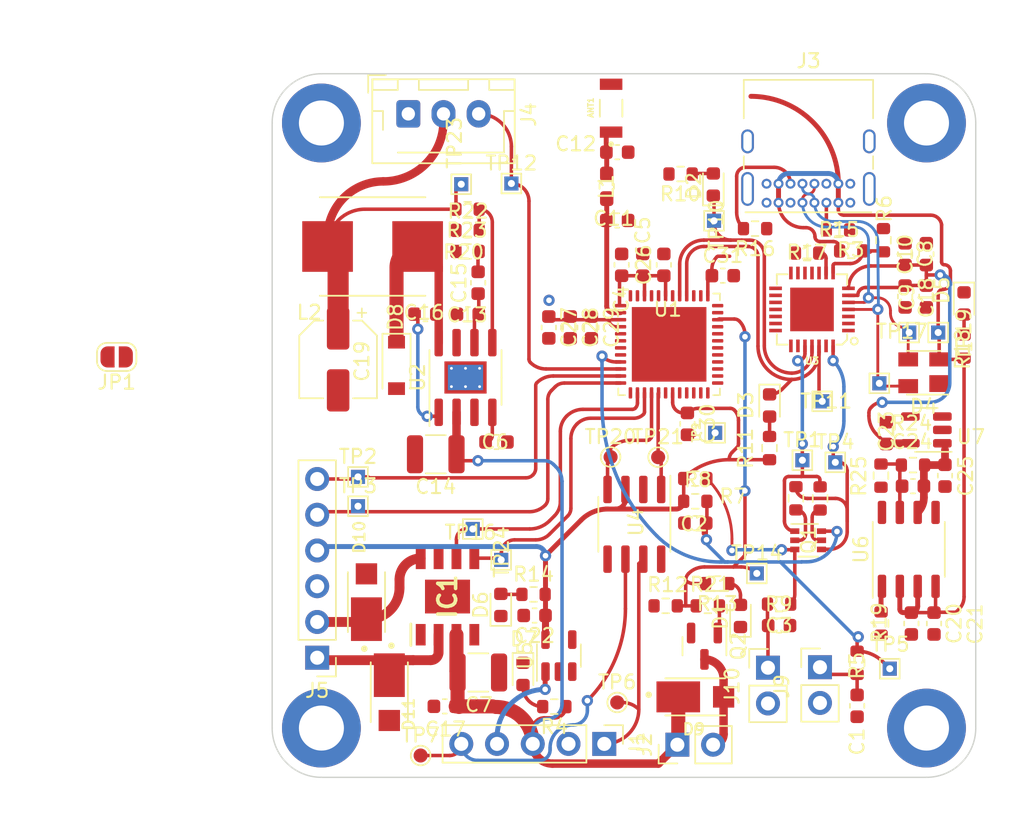
<source format=kicad_pcb>
(kicad_pcb (version 20211014) (generator pcbnew)
  (layers (0 "F.Cu" jumper) (31 "B.Cu" signal) (34 "B.Paste" user) (35 "F.Paste" user) (36 "B.SilkS" user "B.Silkscreen") (37 "F.SilkS" user "F.Silkscreen") (38 "B.Mask" user) (39 "F.Mask" user) (44 "Edge.Cuts" user))
  (net 0 "")
  (net 1 "Net-(C1-Pad1)")
  (net 2 "GND")
  (net 3 "/EN")
  (net 4 "Net-(C3-Pad1)")
  (net 5 "+3V3")
  (net 6 "Net-(C6-Pad1)")
  (net 7 "VBUS")
  (net 8 "/LNA_IN")
  (net 9 "Net-(ANT1-Pad1)")
  (net 10 "Net-(C13-Pad1)")
  (net 11 "+24V")
  (net 12 "Net-(C15-Pad2)")
  (net 13 "Net-(C16-Pad1)")
  (net 14 "Net-(C16-Pad2)")
  (net 15 "+6V")
  (net 16 "/USB -> UART/Data-")
  (net 17 "/USB -> UART/Data+")
  (net 18 "Net-(J3-PadA5)")
  (net 21 "Net-(J3-PadB5)")
  (net 22 "/Motor+")
  (net 23 "/Motor-")
  (net 24 "/Hall1")
  (net 25 "/Hall2")
  (net 26 "/RTS")
  (net 27 "/BOOT")
  (net 28 "Net-(Q1-Pad5)")
  (net 29 "Net-(Q1-Pad2)")
  (net 30 "/DTR")
  (net 31 "/SolEN")
  (net 32 "/SolGND")
  (net 33 "Net-(D7-Pad2)")
  (net 34 "Net-(Q2-Pad1)")
  (net 35 "Net-(D2-Pad2)")
  (net 36 "Net-(D3-Pad2)")
  (net 37 "Net-(D6-Pad2)")
  (net 38 "Net-(R17-Pad2)")
  (net 39 "Net-(D5-Pad2)")
  (net 40 "/VSENSE")
  (net 41 "/RXD")
  (net 42 "/TXD")
  (net 43 "/CAN_HIGH")
  (net 44 "/CAN_LOW")
  (net 45 "/ServoPWM")
  (net 46 "/HBridgeDIR1")
  (net 47 "/CAN_RX")
  (net 48 "/CAN_TX")
  (net 49 "/HBridgeDIR2")
  (net 95 "Net-(R3-Pad2)")
  (net 96 "Net-(J1-Pad4)")
  (net 101 "Net-(D1-Pad2)")
  (net 102 "Net-(C24-Pad1)")
  (net 103 "Net-(C24-Pad2)")
  (net 104 "Net-(R19-Pad1)")
  (footprint "TestPoint:TestPoint_THTPad_1.0x1.0mm_Drill0.5mm" (layer "F.Cu") (at 89.44 65.51)
    (fp_text reference "TP14")
    (fp_text value "TestPoint")
  )
  (footprint "TestPoint:TestPoint_Pad_D1.0mm" (layer "F.Cu") (at 79.52 74.68)
    (fp_text reference "TP6")
    (fp_text value "TestPoint")
  )
  (footprint "Resistor_SMD:R_0603_1608Metric" (layer "F.Cu") (at 86.63 66.2325 180)
    (fp_text reference "R13")
    (fp_text value "470")
  )
  (footprint "Resistor_SMD:R_0603_1608Metric" (layer "F.Cu") (at 75.05 74.975 180)
    (fp_text reference "R4")
    (fp_text value "3.5k")
  )
  (footprint "TestPoint:TestPoint_THTPad_1.0x1.0mm_Drill0.5mm" (layer "F.Cu") (at 71.275 64.55)
    (fp_text reference "TP24")
    (fp_text value "TestPoint")
  )
  (footprint "MountingHole:MountingHole_3.2mm_M3_DIN965_Pad" (layer "F.Cu") (at 58.5 76.5)
    (fp_text reference "H1" hide)
    (fp_text value "MountingHole_Pad")
  )
  (footprint "iclr:DIO_V3PAN50-M3_I" (layer "F.Cu") (at 63.325 73.951 -90)
    (fp_text reference "D11")
    (fp_text value "V8PAM10S")
  )
  (footprint "Inductor_SMD:L_0603_1608Metric_Pad1.05x0.95mm_HandSolder" (layer "F.Cu") (at 78.775 38 90)
    (fp_text reference "L1")
    (fp_text value "LQG15WZ1N8B02D")
  )
  (footprint "Capacitor_SMD:C_1210_3225Metric" (layer "F.Cu") (at 69.65 72.55)
    (fp_text reference "C7")
    (fp_text value "10uF")
  )
  (footprint "Resistor_SMD:R_0603_1608Metric" (layer "F.Cu") (at 96.15 42.59)
    (fp_text reference "R3")
    (fp_text value "24k")
  )
  (footprint "Capacitor_SMD:C_0603_1608Metric" (layer "F.Cu") (at 81.335 43.58 90)
    (fp_text reference "C5")
    (fp_text value "1uF")
  )
  (footprint "iclr:SOIC127P600X100-9N" (layer "F.Cu") (at 67.461184 67.153427 90)
    (fp_text reference "IC1")
    (fp_text value "BD62120AEFJ-E2" hide)
  )
  (footprint "Connector_PinHeader_2.54mm:PinHeader_1x06_P2.54mm_Vertical" (layer "F.Cu") (at 58.2 71.5 180)
    (fp_text reference "J5")
    (fp_text value "Conn_01x06_Male")
  )
  (footprint "TestPoint:TestPoint_THTPad_1.0x1.0mm_Drill0.5mm" (layer "F.Cu") (at 69.256186 62.350425)
    (fp_text reference "TP16")
    (fp_text value "TestPoint")
  )
  (footprint "TestPoint:TestPoint_THTPad_1.0x1.0mm_Drill0.5mm" (layer "F.Cu") (at 95.02 57.615487)
    (fp_text reference "TP4")
    (fp_text value "TestPoint")
  )
  (footprint "Capacitor_SMD:CP_Elec_5x5.9" (layer "F.Cu") (at 59.687039 50.302038 -90)
    (fp_text reference "C19")
    (fp_text value "100uF")
  )
  (footprint "Capacitor_SMD:C_0603_1608Metric" (layer "F.Cu") (at 100.54 59.31)
    (fp_text reference "C24")
    (fp_text value "0.1uF")
  )
  (footprint "Resistor_SMD:R_0603_1608Metric" (layer "F.Cu") (at 84.025 37.125)
    (fp_text reference "R10")
    (fp_text value "470")
  )
  (footprint "Connector_PinHeader_2.54mm:PinHeader_1x05_P2.54mm_Vertical" (layer "F.Cu") (at 78.6 77.625 -90)
    (fp_text reference "J1")
    (fp_text value "Conn_01x05_Male")
  )
  (footprint "Capacitor_SMD:C_0603_1608Metric" (layer "F.Cu") (at 99.98 42.82 -90)
    (fp_text reference "C10")
    (fp_text value "0.1uF")
  )
  (footprint "Package_TO_SOT_SMD:SOT-23" (layer "F.Cu") (at 85.72 70.6825 -90)
    (fp_text reference "Q2")
    (fp_text value "SI2366DS")
  )
  (footprint "Capacitor_SMD:C_0603_1608Metric" (layer "F.Cu") (at 79.52 40.425)
    (fp_text reference "C11")
    (fp_text value "1.2pF")
  )
  (footprint "Capacitor_SMD:C_0603_1608Metric" (layer "F.Cu") (at 70.942039 56.172038)
    (fp_text reference "C6")
    (fp_text value "10 nF")
  )
  (footprint "LED_SMD:LED_0603_1608Metric" (layer "F.Cu") (at 72.825 72.65 -90)
    (fp_text reference "D7")
    (fp_text value "24V_LED")
  )
  (footprint "LED_SMD:LED_0603_1608Metric" (layer "F.Cu") (at 71.25 67.75 90)
    (fp_text reference "D6")
    (fp_text value "PWR_LED")
  )
  (footprint "Package_TO_SOT_SMD:SOT-23-5" (layer "F.Cu") (at 75.375 71.35 90)
    (fp_text reference "U5")
    (fp_text value "LTC4411")
  )
  (footprint "LED_SMD:LED_0603_1608Metric" (layer "F.Cu") (at 90.35 53.575 -90)
    (fp_text reference "D3")
    (fp_text value "TX_LED")
  )
  (footprint "Resistor_SMD:R_0603_1608Metric" (layer "F.Cu") (at 85.07 60.385)
    (fp_text reference "R7")
    (fp_text value "10K")
  )
  (footprint "iclr:DIO_V3PAN50-M3_I" (layer "F.Cu") (at 85.07 74.2825)
    (fp_text reference "D9")
    (fp_text value "V8PAM10S")
  )
  (footprint "Connector_USB:USB_C_Receptacle_GCT_USB4085" (layer "F.Cu") (at 96.085 39.165 180)
    (fp_text reference "J3")
    (fp_text value "USB_C_Receptacle_USB2.0")
  )
  (footprint "Resistor_SMD:R_0603_1608Metric" (layer "F.Cu") (at 100.54 57.81 180)
    (fp_text reference "R24")
    (fp_text value "147k")
  )
  (footprint "Capacitor_SMD:C_0603_1608Metric" (layer "F.Cu") (at 96.57 74.92 -90)
    (fp_text reference "C1")
    (fp_text value "1uF")
  )
  (footprint "TestPoint:TestPoint_Pad_D1.0mm" (layer "F.Cu") (at 82.43 57.25)
    (fp_text reference "TP21")
    (fp_text value "TestPoint")
  )
  (footprint "Resistor_SMD:R_0603_1608Metric" (layer "F.Cu") (at 89.31854 41.007319 180)
    (fp_text reference "R16")
    (fp_text value "5.1k")
  )
  (footprint "LED_SMD:LED_0603_1608Metric" (layer "F.Cu") (at 86.35 37.875 90)
    (fp_text reference "D2")
    (fp_text value "RX_LED")
  )
  (footprint "Resistor_SMD:R_0603_1608Metric" (layer "F.Cu") (at 68.887039 42.628088 180)
    (fp_text reference "R20")
    (fp_text value "54.9K")
  )
  (footprint "iclr:DIO_V3PAN50-M3_I" (layer "F.Cu") (at 61.7 67.55 90)
    (fp_text reference "D10")
    (fp_text value "V8PAM10S")
  )
  (footprint "Resistor_SMD:R_0603_1608Metric" (layer "F.Cu") (at 73.575 67)
    (fp_text reference "R14")
    (fp_text value "470")
  )
  (footprint "Resistor_SMD:R_0603_1608Metric" (layer "F.Cu") (at 68.887039 39.627038)
    (fp_text reference "R22")
    (fp_text value "10K")
  )
  (footprint "Resistor_SMD:R_0603_1608Metric" (layer "F.Cu") (at 85.96 67.81625 180)
    (fp_text reference "R21")
    (fp_text value "110")
  )
  (footprint "MountingHole:MountingHole_3.2mm_M3_DIN965_Pad" (layer "F.Cu") (at 101.5 33.5)
    (fp_text reference "H2" hide)
    (fp_text value "MountingHole_Pad")
  )
  (footprint "Resistor_SMD:R_0603_1608Metric" (layer "F.Cu") (at 93.94 60.180487 90)
    (fp_text reference "R2" hide)
    (fp_text value "10K")
  )
  (footprint "Resistor_SMD:R_0603_1608Metric" (layer "F.Cu") (at 98.44 41.83 -90)
    (fp_text reference "R6")
    (fp_text value "47k")
  )
  (footprint "TestPoint:TestPoint_THTPad_1.0x1.0mm_Drill0.5mm" (layer "F.Cu") (at 68.437039 37.852038 90)
    (fp_text reference "TP23")
    (fp_text value "TestPoint")
  )
  (footprint "LED_SMD:LED_0603_1608Metric" (layer "F.Cu") (at 104.17 46.3225 -90)
    (fp_text reference "D5")
    (fp_text value "USB_LED")
  )
  (footprint "TestPoint:TestPoint_THTPad_1.0x1.0mm_Drill0.5mm" (layer "F.Cu") (at 94.09 53.28)
    (fp_text reference "TP11")
    (fp_text value "TestPoint")
  )
  (footprint "Capacitor_SMD:C_0603_1608Metric" (layer "F.Cu") (at 67.268816 74.956573 180)
    (fp_text reference "C17")
    (fp_text value "0.1uF")
  )
  (footprint "Capacitor_SMD:C_0603_1608Metric" (layer "F.Cu") (at 73.65 68.5 180)
    (fp_text reference "C22")
    (fp_text value "4.7uF")
  )
  (footprint "Package_SO:SOIC-8-1EP_3.9x4.9mm_P1.27mm_EP2.29x3mm_ThermalVias" (layer "F.Cu") (at 68.74 51.585019 90)
    (fp_text reference "U2")
    (fp_text value "TPS54233D")
  )
  (footprint "Diode_SMD:D_SOD-123" (layer "F.Cu") (at 63.837039 50.727038 -90)
    (fp_text reference "D8")
    (fp_text value "MBR260HWTR")
  )
  (footprint "TestPoint:TestPoint_THTPad_1.0x1.0mm_Drill0.5mm" (layer "F.Cu") (at 92.68 57.465487)
    (fp_text reference "TP1")
    (fp_text value "TestPoint")
  )
  (footprint "TestPoint:TestPoint_THTPad_1.0x1.0mm_Drill0.5mm" (layer "F.Cu") (at 61.1 60.735)
    (fp_text reference "TP3")
    (fp_text value "TestPoint")
  )
  (footprint "Package_SO:SOP-8_3.9x4.9mm_P1.27mm" (layer "F.Cu") (at 100.24 63.8 90)
    (fp_text reference "U6")
    (fp_text value "RT9025-25GSP")
  )
  (footprint "Capacitor_SMD:C_0603_1608Metric" (layer "F.Cu") (at 98.64 55.535 90)
    (fp_text reference "C23")
    (fp_text value "4.7uF")
  )
  (footprint "TestPoint:TestPoint_THTPad_1.0x1.0mm_Drill0.5mm" (layer "F.Cu") (at 98.15 52 180)
    (fp_text reference "TP18" hide)
    (fp_text value "TestPoint")
  )
  (footprint "Connector_PinHeader_2.54mm:PinHeader_1x02_P2.54mm_Vertical" (layer "F.Cu") (at 90.235 72.21)
    (fp_text reference "J10")
    (fp_text value "Conn_01x02_Male")
  )
  (footprint "Capacitor_SMD:C_1210_3225Metric" (layer "F.Cu") (at 66.625 57.042519 180)
    (fp_text reference "C14")
    (fp_text value "10uF")
  )
  (footprint "TestPoint:TestPoint_THTPad_1.0x1.0mm_Drill0.5mm" (layer "F.Cu") (at 98.89 72.28 180)
    (fp_text reference "TP5")
    (fp_text value "TestPoint")
  )
  (footprint "Package_SO:SOIC-8_3.9x4.9mm_P1.27mm" (layer "F.Cu") (at 80.74 62.02 -90)
    (fp_text reference "U4")
    (fp_text value "SN65HVD230")
  )
  (footprint "Connector_PinHeader_2.54mm:PinHeader_1x02_P2.54mm_Vertical" (layer "F.Cu") (at 93.93 72.175)
    (fp_text reference "J9")
    (fp_text value "Conn_01x02_Male")
  )
  (footprint "Resistor_SMD:R_0603_1608Metric" (layer "F.Cu") (at 95.209388 41.097834)
    (fp_text reference "R15")
    (fp_text value "5.1k")
  )
  (footprint "Connector_JST:JST_XH_B3B-XH-AM_1x03_P2.50mm_Vertical" (layer "F.Cu") (at 64.675 32.85)
    (fp_text reference "J4")
    (fp_text value "Conn_01x03_Male")
  )
  (footprint "Resistor_SMD:R_0603_1608Metric" (layer "F.Cu") (at 96.57 71.86 -90)
    (fp_text reference "R5")
    (fp_text value "470")
  )
  (footprint "Resistor_SMD:R_0603_1608Metric" (layer "F.Cu") (at 91.025 67.69 180)
    (fp_text reference "R9")
    (fp_text value "470")
  )
  (footprint "Package_TO_SOT_SMD:SOT-363_SC-70-6" (layer "F.Cu") (at 93.09 63.155487)
    (fp_text reference "Q1")
    (fp_text value "MMDT2222A")
  )
  (footprint "Capacitor_SMD:C_0603_1608Metric" (layer "F.Cu") (at 82.835 43.58 90)
    (fp_text reference "C26")
    (fp_text value "100pF")
  )
  (footprint "Package_TO_SOT_SMD:SOT-23-5" (layer "F.Cu") (at 101.49 55.31 180)
    (fp_text reference "U7")
    (fp_text value "LTC4411")
  )
  (footprint "Resistor_SMD:R_0603_1608Metric" (layer "F.Cu") (at 82.964266 67.813861 180)
    (fp_text reference "R12")
    (fp_text value "10k")
  )
  (footprint "Capacitor_SMD:C_0603_1608Metric" (layer "F.Cu") (at 84.51 54.88 -90)
    (fp_text reference "C30")
    (fp_text value "0.1uF")
  )
  (footprint "MountingHole:MountingHole_3.2mm_M3_DIN965_Pad" (layer "F.Cu") (at 101.5 76.5)
    (fp_text reference "H3" hide)
    (fp_text value "MountingHole_Pad")
  )
  (footprint "iclr:QFN28G_0.5-5X5MM" (layer "F.Cu") (at 93.36325 46.75 180)
    (property "VALUE" "CP2102-GMR-QFN28")
    (fp_text reference "U3")
    (fp_text value "INTERFACE-CP2102-GMR(QFN28)")
  )
  (footprint "TestPoint:TestPoint_THTPad_1.0x1.0mm_Drill0.5mm" (layer "F.Cu") (at 100.27 48.39 180)
    (fp_text reference "TP17")
    (fp_text value "TestPoint")
  )
  (footprint "Capacitor_SMD:C_0603_1608Metric" (layer "F.Cu") (at 91.025 69.215)
    (fp_text reference "C3")
    (fp_text value "1uF")
  )
  (footprint "Resistor_SMD:R_0603_1608Metric" (layer "F.Cu") (at 90.345 56.6025 90)
    (fp_text reference "R11")
    (fp_text value "470")
  )
  (footprint "Package_DFN_QFN:QFN-48-1EP_7x7mm_P0.5mm_EP5.3x5.3mm" (layer "F.Cu") (at 83.21 49.23)
    (fp_text reference "U1")
    (fp_text value "ESP32-PICO-D4")
  )
  (footprint "TestPoint:TestPoint_THTPad_1.0x1.0mm_Drill0.5mm" (layer "F.Cu") (at 102.33 48.39 180)
    (fp_text reference "TP19")
    (fp_text value "TestPoint")
  )
  (footprint "" (layer "F.Cu") (at 87.08 74.2825)
    (fp_text reference "")
    (fp_text value "")
  )
  (footprint "Capacitor_SMD:C_0603_1608Metric" (layer "F.Cu") (at 69.637039 44.852038 90)
    (fp_text reference "C15")
    (fp_text value "130pF")
  )
  (footprint "iclr:ANT_AMCA31-2R450G-S1F-T3" (layer "F.Cu") (at 79.086934 32.447578 90)
    (fp_text reference "ANT1")
    (fp_text value "AMCA31-2R450G-S1F-T3")
  )
  (footprint "TestPoint:TestPoint_THTPad_1.0x1.0mm_Drill0.5mm" (layer "F.Cu") (at 61.1 58.65)
    (fp_text reference "TP2")
    (fp_text value "TestPoint")
  )
  (footprint "Capacitor_SMD:C_0603_1608Metric" (layer "F.Cu") (at 85.07 61.935 180)
    (fp_text reference "C2")
    (fp_text value "1uF")
  )
  (footprint "LED_SMD:LED_0603_1608Metric" (layer "F.Cu") (at 88.28 68.5325 90)
    (fp_text reference "D1")
    (fp_text value "Solenoid LED")
  )
  (footprint "Capacitor_SMD:C_0603_1608Metric" (layer "F.Cu") (at 102.035 69.07 90)
    (fp_text reference "C21")
    (fp_text value "1uF")
  )
  (footprint "TestPoint:TestPoint_THTPad_1.0x1.0mm_Drill0.5mm" (layer "F.Cu") (at 72 37.8)
    (fp_text reference "TP12")
    (fp_text value "TestPoint")
  )
  (footprint "TestPoint:TestPoint_THTPad_1.0x1.0mm_Drill0.5mm" (layer "F.Cu") (at 86.4 40.45)
    (fp_text reference "TP10")
    (fp_text value "TestPoint")
  )
  (footprint "Resistor_SMD:R_0603_1608Metric" (layer "F.Cu") (at 85.07 58.765)
    (fp_text reference "R8")
    (fp_text value "10K")
  )
  (footprint "TestPoint:TestPoint_Pad_D1.0mm" (layer "F.Cu") (at 65.55 78.45)
    (fp_text reference "TP7")
    (fp_text value "TestPoint")
  )
  (footprint "Resistor_SMD:R_0603_1608Metric" (layer "F.Cu") (at 98.265 58.56 -90)
    (fp_text reference "R25")
    (fp_text value "47k")
  )
  (footprint "Capacitor_SMD:C_0603_1608Metric" (layer "F.Cu") (at 68.907563 47.087409 180)
    (fp_text reference "C13")
    (fp_text value "130pF")
  )
  (footprint "Resistor_SMD:R_0603_1608Metric" (layer "F.Cu") (at 104.17 49.39 90)
    (fp_text reference "R18")
    (fp_text value "470")
  )
  (footprint "MountingHole:MountingHole_3.2mm_M3_DIN965_Pad" (layer "F.Cu") (at 58.5 33.5)
    (fp_text reference "H4" hide)
    (fp_text value "MountingHole_Pad")
  )
  (footprint "Capacitor_SMD:C_0603_1608Metric" (layer "F.Cu") (at 87.025 44.35)
    (fp_text reference "C31")
    (fp_text value "0.1uF")
  )
  (footprint "iclr:IND_ETQP5M330YFM" (layer "F.Cu") (at 62.137039 42.277038 180)
    (fp_text reference "L2")
    (fp_text value "ETQP5M")
  )
  (footprint "Capacitor_SMD:C_0603_1608Metric" (layer "F.Cu") (at 76.185 48.03 -90)
    (fp_text reference "C28")
    (fp_text value "1uF")
  )
  (footprint "Capacitor_SMD:C_0603_1608Metric" (layer "F.Cu") (at 79.525 35.575)
    (fp_text reference "C12")
    (fp_text value "1.5pF")
  )
  (footprint "TestPoint:TestPoint_THTPad_1.0x1.0mm_Drill0.5mm" (layer "F.Cu") (at 86.48 55.52)
    (fp_text reference "TP9")
    (fp_text value "TestPoint")
  )
  (footprint "TestPoint:TestPoint_Pad_D1.0mm" (layer "F.Cu") (at 79.05 57.24)
    (fp_text reference "TP20")
    (fp_text value "TestPoint")
  )
  (footprint "Capacitor_SMD:C_0603_1608Metric" (layer "F.Cu") (at 101.49 45.83 90)
    (fp_text reference "C18")
    (fp_text value "4.7uF")
  )
  (footprint "Capacitor_SMD:C_0603_1608Metric" (layer "F.Cu") (at 74.66 48.03 -90)
    (fp_text reference "C27")
    (fp_text value "10uF")
  )
  (footprint "Package_TO_SOT_SMD:SOT-143" (layer "F.Cu") (at 101.3 51.25 180)
    (fp_text reference "D4")
    (fp_text value "SP0503BAHT")
  )
  (footprint "Resistor_SMD:R_0603_1608Metric" (layer "F.Cu") (at 92.22 60.170487 90)
    (fp_text reference "R1" hide)
    (fp_text value "10K")
  )
  (footprint "Capacitor_SMD:C_0603_1608Metric" (layer "F.Cu") (at 79.835 43.58 90)
    (fp_text reference "C4")
    (fp_text value "0.1uF")
  )
  (footprint "Resistor_SMD:R_0603_1608Metric" (layer "F.Cu") (at 68.887662 41.128088 180)
    (fp_text reference "R23")
    (fp_text value "1.54K")
  )
  (footprint "Capacitor_SMD:C_0603_1608Metric" (layer "F.Cu") (at 99.98 45.83 90)
    (fp_text reference "C9")
    (fp_text value "0.1uF")
  )
  (footprint "Jumper:SolderJumper-2_P1.3mm_Open_RoundedPad1.0x1.5mm" (layer "F.Cu") (at 43.95 50.125 180)
    (fp_text reference "JP1")
    (fp_text value "SolderJumper_2_Open")
  )
  (footprint "Connector_PinHeader_2.54mm:PinHeader_1x02_P2.54mm_Vertical" (layer "F.Cu") (at 83.795 77.6825 90)
    (fp_text reference "J2")
    (fp_text value "Solenoid(Sol)")
  )
  (footprint "Resistor_SMD:R_0603_1608Metric" (layer "F.Cu") (at 98.27 69.07 -90)
    (fp_text reference "R19")
    (fp_text value "100k")
  )
  (footprint "Resistor_SMD:R_0603_1608Metric" (layer "F.Cu") (at 93.013828 42.74511)
    (fp_text reference "R17")
    (fp_text value "4.7k")
  )
  (footprint "Capacitor_SMD:C_0603_1608Metric" (layer "F.Cu") (at 102.815 58.56 90)
    (fp_text reference "C25")
    (fp_text value "10uF")
  )
  (footprint "Capacitor_SMD:C_0603_1608Metric" (layer "F.Cu") (at 101.49 42.82 -90)
    (fp_text reference "C8")
    (fp_text value "1.0uF")
  )
  (footprint "Capacitor_SMD:C_0603_1608Metric" (layer "F.Cu") (at 77.685 48.03 -90)
    (fp_text reference "C29")
    (fp_text value "0.1uF")
  )
  (footprint "Capacitor_SMD:C_0603_1608Metric" (layer "F.Cu") (at 65.89211 47.084757)
    (fp_text reference "C16")
    (fp_text value "0.1uF" hide)
  )
  (footprint "Capacitor_SMD:C_0603_1608Metric" (layer "F.Cu") (at 100.425 69.07 90)
    (fp_text reference "C20")
    (fp_text value "10uF")
  )
  (gr_arc (start 101.5 30) (mid 103.974874 31.025126) (end 105 33.5) (layer "Edge.Cuts") (width 0.1))
  (gr_arc (start 55 33.5) (mid 56.025126 31.025126) (end 58.5 30) (layer "Edge.Cuts") (width 0.1))
  (gr_line (start 101.5 80) (end 58.5 80) (layer "Edge.Cuts") (width 0.1))
  (gr_line (start 55 76.5) (end 55 33.5) (layer "Edge.Cuts") (width 0.1))
  (gr_arc (start 58.5 80) (mid 56.025126 78.974874) (end 55 76.5) (layer "Edge.Cuts") (width 0.1))
  (gr_line locked (start 58.5 30) (end 101.5 30) (layer "Edge.Cuts") (width 0.1))
  (gr_line locked (start 105 33.5) (end 105 76.5) (layer "Edge.Cuts") (width 0.1))
  (gr_arc (start 105 76.5) (mid 103.974874 78.974874) (end 101.5 80) (layer "Edge.Cuts") (width 0.1))
  (segment (start 96.57 72.685) (end 94.44 72.685) (width 0.25) (layer "F.Cu") (net 1))
  (segment (start 96.555 72.7) (end 96.57 72.685) (width 0.25) (layer "F.Cu") (net 1))
  (segment (start 96.57 72.685) (end 96.57 74.145) (width 0.25) (layer "F.Cu") (net 1))
  (arc (start 94.44 72.685) (mid 94.079376 72.535624) (end 93.93 72.175) (width 0.25) (layer "F.Cu") (net 1))
  (segment (start 85.02 55.685) (end 84.721694 55.685) (width 0.25) (layer "F.Cu") (net 2))
  (arc (start 68.105 47.275019) (mid 68.034706 47.105313) (end 67.865 47.035019) (width 0.25) (layer "F.Cu") (net 2))
  (segment (start 94.04 62.505487) (end 95.115 62.505487) (width 0.25) (layer "F.Cu") (net 3))
  (segment (start 96.57 71.035) (end 96.57 70.095) (width 0.25) (layer "F.Cu") (net 3))
  (segment (start 85.895 60.385) (end 85.895 61.81429) (width 0.25) (layer "F.Cu") (net 3))
  (segment (start 85.65 61.825) (end 85.65 62.685) (width 0.25) (layer "F.Cu") (net 3))
  (segment (start 85.845 63.095) (end 85.845 61.935) (width 0.25) (layer "F.Cu") (net 3))
  (segment (start 98.40514 71.79514) (end 98.89 72.28) (width 0.25) (layer "F.Cu") (net 3))
  (segment (start 79.429827 50.48) (end 79.76 50.48) (width 0.25) (layer "F.Cu") (net 3))
  (via (at 78.44 50.07) (size 0.8) (drill 0.4) (layers "F.Cu" "B.Cu") (net 3))
  (via (at 96.65 70.015) (size 0.8) (drill 0.4) (layers "F.Cu" "B.Cu") (net 3))
  (via (at 95.14 62.530487) (size 0.8) (drill 0.4) (layers "F.Cu" "B.Cu") (net 3))
  (via (at 85.865 63.115) (size 0.8) (drill 0.4) (layers "F.Cu" "B.Cu") (net 3))
  (arc (start 95.115 62.505487) (mid 95.132678 62.512809) (end 95.14 62.530487) (width 0.25) (layer "F.Cu") (net 3))
  (arc (start 96.57 70.095) (mid 96.593431 70.038431) (end 96.65 70.015) (width 0.25) (layer "F.Cu") (net 3))
  (arc (start 85.895 61.81429) (mid 85.882006 61.879617) (end 85.845 61.935) (width 0.35) (layer "F.Cu") (net 3))
  (arc (start 78.44 50.07) (mid 78.894136 50.373444) (end 79.429827 50.48) (width 0.25) (layer "F.Cu") (net 3))
  (arc (start 96.57 71.035) (mid 97.563171 71.232554) (end 98.40514 71.79514) (width 0.25) (layer "F.Cu") (net 3))
  (arc (start 85.865 63.115) (mid 85.850858 63.109142) (end 85.845 63.095) (width 0.25) (layer "F.Cu") (net 3))
  (segment (start 78.44 50.07) (end 78.44 50.44) (width 0.25) (layer "B.Cu") (net 3))
  (segment (start 86.93 64.695) (end 87.385 64.695) (width 0.25) (layer "B.Cu") (net 3))
  (segment (start 87.155 64.695) (end 85.865 63.405) (width 0.25) (layer "B.Cu") (net 3))
  (segment (start 91.115 64.695) (end 92.620487 64.695) (width 0.25) (layer "B.Cu") (net 3))
  (segment (start 92.985 64.685487) (end 92.63 64.685487) (width 0.25) (layer "B.Cu") (net 3))
  (segment (start 85.865 63.405) (end 85.865 63.115) (width 0.25) (layer "B.Cu") (net 3))
  (segment (start 78.44 50.44) (end 78.42 50.46) (width 0.25) (layer "B.Cu") (net 3))
  (segment (start 87.385 64.695) (end 91.115 64.695) (width 0.25) (layer "B.Cu") (net 3))
  (segment (start 91.115 64.695) (end 96.282972 69.862972) (width 0.25) (layer "B.Cu") (net 3))
  (segment (start 87.385 64.695) (end 87.155 64.695) (width 0.25) (layer "B.Cu") (net 3))
  (segment (start 78.44 50.07) (end 78.442594 50.072594) (width 0.25) (layer "B.Cu") (net 3))
  (segment (start 86.806369 64.695) (end 86.93 64.695) (width 0.25) (layer "B.Cu") (net 3))
  (segment (start 78.442594 50.072594) (end 78.442594 53.80309) (width 0.25) (layer "B.Cu") (net 3))
  (arc (start 82.34 62.845) (mid 84.389159 64.214187) (end 86.806369 64.695) (width 0.25) (layer "B.Cu") (net 3))
  (arc (start 95.14 62.530487) (mid 94.508815 64.054302) (end 92.985 64.685487) (width 0.25) (layer "B.Cu") (net 3))
  (arc (start 96.282972 69.862972) (mid 96.451365 69.975489) (end 96.65 70.015) (width 0.25) (layer "B.Cu") (net 3))
  (arc (start 92.620487 64.695) (mid 92.627214 64.692214) (end 92.63 64.685487) (width 0.25) (layer "B.Cu") (net 3))
  (arc (start 78.442594 53.80309) (mid 79.52625 58.697189) (end 82.34 62.845) (width 0.25) (layer "B.Cu") (net 3))
  (arc (start 85.85 63.1) (mid 85.854393 63.110607) (end 85.865 63.115) (width 0.25) (layer "B.Cu") (net 3))
  (segment (start 90.2 67.69) (end 90.2 69.165) (width 0.25) (layer "F.Cu") (net 4))
  (segment (start 90.235 69.504145) (end 90.235 72.185) (width 0.25) (layer "F.Cu") (net 4))
  (arc (start 90.25 69.215) (mid 90.236462 69.220607) (end 90.230855 69.234145) (width 0.25) (layer "F.Cu") (net 4))
  (arc (start 90.2 69.165) (mid 90.214645 69.200355) (end 90.25 69.215) (width 0.25) (layer "F.Cu") (net 4))
  (segment (start 87.47401 57.4275) (end 90.345 57.4275) (width 0.25) (layer "F.Cu") (net 5))
  (segment (start 97.57 53.71) (end 97.633015 53.646985) (width 0.25) (layer "F.Cu") (net 5))
  (segment (start 76.285 47.48) (end 74.885 47.48) (width 0.25) (layer "F.Cu") (net 5))
  (segment (start 74.425 68.5) (end 74.425 67.225) (width 0.35) (layer "F.Cu") (net 5))
  (segment (start 99.98 43.595) (end 101.48 43.595) (width 0.25) (layer "F.Cu") (net 5))
  (segment (start 74.425 70.2125) (end 74.425 68.5) (width 0.5) (layer "F.Cu") (net 5))
  (segment (start 86.706568 42.97) (end 87.51 42.97) (width 0.25) (layer "F.Cu") (net 5))
  (segment (start 78.715 60.935) (end 78.845 60.935) (width 0.35) (layer "F.Cu") (net 5))
  (segment (start 82.96 45.78) (end 82.96 44.48) (width 0.25) (layer "F.Cu") (net 5))
  (segment (start 85.96 45.78) (end 85.96 44.64) (width 0.25) (layer "F.Cu") (net 5))
  (segment (start 79.42 60.935) (end 83.695 60.935) (width 0.35) (layer "F.Cu") (net 5))
  (segment (start 97.54325 43.66) (end 99.59 43.66) (width 0.25) (layer "F.Cu") (net 5))
  (segment (start 88.14 56.294437) (end 88.14 54.624264) (width 0.25) (layer "F.Cu") (net 5))
  (segment (start 78.845 60.935) (end 79.42 60.935) (width 0.35) (layer "F.Cu") (net 5))
  (segment (start 79.835 44.355) (end 82.835 44.355) (width 0.25) (layer "F.Cu") (net 5))
  (segment (start 98.64 56.31) (end 97.954473 55.624473) (width 0.25) (layer "F.Cu") (net 5))
  (segment (start 101.49 44.335) (end 101.49 43.595) (width 0.25) (layer "F.Cu") (net 5))
  (segment (start 87.550295 53.78) (end 85.294619 53.78) (width 0.25) (layer "F.Cu") (net 5))
  (segment (start 78.935 47.48) (end 77.785 47.48) (width 0.25) (layer "F.Cu") (net 5))
  (segment (start 97.18 45.19) (end 97.39 45.19) (width 0.25) (layer "F.Cu") (net 5))
  (segment (start 77.785 47.48) (end 76.285 47.48) (width 0.25) (layer "F.Cu") (net 5))
  (segment (start 101.49 45.045) (end 99.995 45.045) (width 0.25) (layer "F.Cu") (net 5))
  (segment (start 88.03 56.56) (end 87.694281 56.895719) (width 0.25) (layer "F.Cu") (net 5))
  (segment (start 97.41 54.31) (end 97.41 54.096274) (width 0.25) (layer "F.Cu") (net 5))
  (segment (start 84.245 58.765) (end 84.22048 58.74048) (width 0.25) (layer "F.Cu") (net 5))
  (segment (start 86.25 44.35) (end 86.25 43.879116) (width 0.25) (layer "F.Cu") (net 5))
  (segment (start 102.475 44.3) (end 101.525 44.3) (width 0.25) (layer "F.Cu") (net 5))
  (segment (start 90.6725 57.4275) (end 90.345 57.4275) (width 0.25) (layer "F.Cu") (net 5))
  (segment (start 74.4 67) (end 74.4 67.2) (width 0.25) (layer "F.Cu") (net 5))
  (segment (start 95.95325 45.75) (end 96.62 45.75) (width 0.25) (layer "F.Cu") (net 5))
  (segment (start 84.245 60.385) (end 84.245 58.765) (width 0.25) (layer "F.Cu") (net 5))
  (segment (start 98.35 53.35) (end 98.230625 53.469375) (width 0.25) (layer "F.Cu") (net 5))
  (segment (start 81.46 45.78) (end 81.46 44.48) (width 0.25) (layer "F.Cu") (net 5))
  (segment (start 101.49 44.335) (end 101.49 45.055) (width 0.25) (layer "F.Cu") (net 5))
  (segment (start 78.935 47.48) (end 79.76 47.48) (width 0.25) (layer "F.Cu") (net 5))
  (segment (start 83.46 53.353306) (end 83.46 52.68) (width 0.25) (layer "F.Cu") (net 5))
  (segment (start 74.425 64.25) (end 76.958646 61.716354) (width 0.35) (layer "F.Cu") (net 5))
  (segment (start 74.425 67.225) (end 74.425 64.25) (width 0.35) (layer "F.Cu") (net 5))
  (segment (start 80.105 59.545) (end 80.105 60.25) (width 0.35) (layer "F.Cu") (net 5))
  (segment (start 97.39 45.19) (end 99.98 45.19) (width 0.25) (layer "F.Cu") (net 5))
  (segment (start 100.3525 56.26) (end 98.76071 56.26) (width 0.55) (layer "F.Cu") (net 5))
  (segment (start 79.685 44.355) (end 79.685 46.405) (width 0.25) (layer "F.Cu") (net 5))
  (via (at 74.675 46.1) (size 0.8) (drill 0.4) (layers "F.Cu" "B.Cu") (net 5))
  (via (at 98.35 53.35) (size 0.8) (drill 0.4) (layers "F.Cu" "B.Cu") (net 5))
  (via (at 102.475 44.3) (size 0.8) (drill 0.4) (layers "F.Cu" "B.Cu") (net 5))
  (via (at 74.425 64.25) (size 0.8) (drill 0.4) (layers "F.Cu" "B.Cu") (net 5))
  (arc (start 85.96 44.64) (mid 86.044939 44.434939) (end 86.25 44.35) (width 0.25) (layer "F.Cu") (net 5))
  (arc (start 84.211694 54.105) (mid 83.680166 53.884834) (end 83.46 53.353306) (width 0.25) (layer "F.Cu") (net 5))
  (arc (start 99.98 45.03) (mid 99.936066 45.136066) (end 99.83 45.18) (width 0.25) (layer "F.Cu") (net 5))
  (arc (start 86.61 43.01) (mid 86.654305 42.980396) (end 86.706568 42.97) (width 0.25) (layer "F.Cu") (net 5))
  (arc (start 101.48 43.595) (mid 101.487071 43.592071) (end 101.49 43.585) (width 0.25) (layer "F.Cu") (net 5))
  (arc (start 83.695 60.935) (mid 84.083909 60.773909) (end 84.245 60.385) (width 0.35) (layer "F.Cu") (net 5))
  (arc (start 97.954473 55.624473) (mid 97.551505 55.021389) (end 97.41 54.31) (width 0.25) (layer "F.Cu") (net 5))
  (arc (start 96.62 45.75) (mid 96.78402 45.35402) (end 97.18 45.19) (width 0.25) (layer "F.Cu") (net 5))
  (arc (start 81.46 44.48) (mid 81.423388 44.391612) (end 81.335 44.355) (width 0.25) (layer "F.Cu") (net 5))
  (arc (start 88.14 54.624264) (mid 88.062033 54.232296) (end 87.84 53.9) (width 0.25) (layer "F.Cu") (net 5))
  (arc (start 79.435 47.98) (mid 79.081447 47.833553) (end 78.935 47.48) (width 0.25) (layer "F.Cu") (net 5))
  (arc (start 85.294619 53.78) (mid 84.869987 53.864464) (end 84.51 54.105) (width 0.25) (layer "F.Cu") (net 5))
  (arc (start 86.25 43.879116) (mid 86.343561 43.408754) (end 86.61 43.01) (width 0.25) (layer "F.Cu") (net 5))
  (arc (start 97.633015 53.646985) (mid 97.96197 53.427184) (end 98.35 53.35) (width 0.25) (layer "F.Cu") (net 5))
  (arc (start 82.96 44.48) (mid 82.923388 44.391612) (end 82.835 44.355) (width 0.25) (layer "F.Cu") (net 5))
  (arc (start 99.99 43.585) (mid 99.982929 43.587929) (end 99.98 43.595) (width 0.25) (layer "F.Cu") (net 5))
  (arc (start 97.41 54.096274) (mid 97.451582 53.887225) (end 97.57 53.71) (width 0.25) (layer "F.Cu") (net 5))
  (arc (start 98.76071 56.26) (mid 98.695383 56.272994) (end 98.64 56.31) (width 0.25) (layer "F.Cu") (net 5))
  (arc (start 101.525 44.3) (mid 101.500251 44.310251) (end 101.49 44.335) (width 0.25) (layer "F.Cu") (net 5))
  (arc (start 95.95325 45.25) (mid 96.41895 44.1257) (end 97.54325 43.66) (width 0.25) (layer "F.Cu") (net 5))
  (arc (start 80.105 60.25) (mid 79.904368 60.734368) (end 79.42 60.935) (width 0.35) (layer "F.Cu") (net 5))
  (arc (start 99.995 45.045) (mid 99.984393 45.040607) (end 99.98 45.03) (width 0.25) (layer "F.Cu") (net 5))
  (arc (start 87.694281 56.895719) (mid 87.531256 57.139701) (end 87.47401 57.4275) (width 0.25) (layer "F.Cu") (net 5))
  (arc (start 76.958646 61.716354) (mid 77.824112 61.138068) (end 78.845 60.935) (width 0.35) (layer "F.Cu") (net 5))
  (arc (start 83.99 58.51) (mid 84.064688 58.690312) (end 84.245 58.765) (width 0.25) (layer "F.Cu") (net 5))
  (arc (start 74.4 67.2) (mid 74.407322 67.217678) (end 74.425 67.225) (width 0.25) (layer "F.Cu") (net 5))
  (arc (start 87.84 53.9) (mid 87.707083 53.811187) (end 87.550295 53.78) (width 0.25) (layer "F.Cu") (net 5))
  (arc (start 88.03 56.56) (mid 88.111412 56.438159) (end 88.14 56.294437) (width 0.25) (layer "F.Cu") (net 5))
  (arc (start 84.245 58.765) (mid 85.726482 57.775105) (end 87.47401 57.4275) (width 0.25) (layer "F.Cu") (net 5))
  (segment (start 58.479511 63.600489) (end 73.775489 63.600489) (width 0.35) (layer "B.Cu") (net 5))
  (segment (start 58.2 63.88) (end 58.479511 63.600489) (width 0.25) (layer "B.Cu") (net 5))
  (segment (start 98.35 53.35) (end 101.769705 53.35) (width 0.25) (layer "B.Cu") (net 5))
  (segment (start 103.154511 51.965194) (end 103.154511 44.979511) (width 0.25) (layer "B.Cu") (net 5))
  (arc (start 103.154511 44.979511) (mid 102.955487 44.499024) (end 102.475 44.3) (width 0.35) (layer "B.Cu") (net 5))
  (arc (start 101.769705 53.35) (mid 102.748911 52.9444) (end 103.154511 51.965194) (width 0.25) (layer "B.Cu") (net 5))
  (arc (start 73.775489 63.600489) (mid 74.234763 63.790726) (end 74.425 64.25) (width 0.35) (layer "B.Cu") (net 5))
  (segment (start 70.645 55.694077) (end 70.645 54.060019) (width 0.25) (layer "F.Cu") (net 6))
  (arc (start 70.167039 56.172038) (mid 70.505008 56.032046) (end 70.645 55.694077) (width 0.25) (layer "F.Cu") (net 6))
  (segment (start 102.33 45.67) (end 102.33 48.39) (width 0.25) (layer "F.Cu") (net 7))
  (segment (start 102.4 50.3) (end 102.4 48.46) (width 0.25) (layer "F.Cu") (net 7))
  (segment (start 95.235 39.165) (end 95.235 39.659974) (width 0.25) (layer "F.Cu") (net 7))
  (segment (start 102.4 48.46) (end 102.33 48.39) (width 0.25) (layer "F.Cu") (net 7))
  (segment (start 95.625026 40.05) (end 101.8 40.05) (width 0.25) (layer "F.Cu") (net 7))
  (segment (start 102.035 68.295) (end 100.425 68.295) (width 0.25) (layer "F.Cu") (net 7))
  (segment (start 93.925 41.925) (end 94.875 41.925) (width 0.25) (layer "F.Cu") (net 7))
  (segment (start 95.325 42.59) (end 95.325 42.375) (width 0.25) (layer "F.Cu") (net 7))
  (segment (start 104.17 67.166741) (end 104.17 50.215) (width 0.25) (layer "F.Cu") (net 7))
  (segment (start 92.757834 40.937834) (end 92.937834 40.937834) (width 0.25) (layer "F.Cu") (net 7))
  (segment (start 99.605 68.05) (end 99.605 66.425) (width 0.35) (layer "F.Cu") (net 7))
  (segment (start 103.2 44.000391) (end 103.2 44.8) (width 0.25) (layer "F.Cu") (net 7))
  (segment (start 102.145 66.425) (end 102.145 68.185) (width 0.25) (layer "F.Cu") (net 7))
  (segment (start 95.235 39.165) (end 95.235 37.815) (width 0.35) (layer "F.Cu") (net 7))
  (segment (start 104.085 50.3) (end 104.17 50.215) (width 0.25) (layer "F.Cu") (net 7))
  (segment (start 102.095355 68.27) (end 103.54 68.27) (width 0.25) (layer "F.Cu") (net 7))
  (segment (start 102.4 50.3) (end 104.085 50.3) (width 0.25) (layer "F.Cu") (net 7))
  (segment (start 103.625356 68.234645) (end 103.8 68.06) (width 0.25) (layer "F.Cu") (net 7))
  (segment (start 90.985 37.815) (end 90.985 39.165) (width 0.35) (layer "F.Cu") (net 7))
  (segment (start 102.573171 40.737884) (end 102.573171 43.373557) (width 0.25) (layer "F.Cu") (net 7))
  (segment (start 100.875 66.425) (end 100.875 67.845) (width 0.35) (layer "F.Cu") (net 7))
  (segment (start 100.425 68.295) (end 99.85 68.295) (width 0.35) (layer "F.Cu") (net 7))
  (arc (start 102.35 50.25) (mid 102.364645 50.285355) (end 102.4 50.3) (width 0.25) (layer "F.Cu") (net 7))
  (arc (start 102.675 45.325) (mid 102.431048 45.426048) (end 102.33 45.67) (width 0.25) (layer "F.Cu") (net 7))
  (arc (start 95.325 42.375) (mid 95.193198 42.056802) (end 94.875 41.925) (width 0.25) (layer "F.Cu") (net 7))
  (arc (start 103.8 68.06) (mid 104.07384 67.65017) (end 104.17 67.166741) (width 0.25) (layer "F.Cu") (net 7))
  (arc (start 102.035 68.295) (mid 102.06269 68.276498) (end 102.095355 68.27) (width 0.25) (layer "F.Cu") (net 7))
  (arc (start 102.573171 43.373557) (mid 102.632316 43.516344) (end 102.775103 43.575489) (width 0.25) (layer "F.Cu") (net 7))
  (arc (start 95.235 39.659974) (mid 95.349236 39.935764) (end 95.625026 40.05) (width 0.25) (layer "F.Cu") (net 7))
  (arc (start 103.54 68.27) (mid 103.586194 68.260811) (end 103.625356 68.234645) (width 0.25) (layer "F.Cu") (net 7))
  (arc (start 92.937834 40.937834) (mid 93.388378 41.124456) (end 93.575 41.575) (width 0.25) (layer "F.Cu") (net 7))
  (arc (start 93.575 41.575) (mid 93.677513 41.822487) (end 93.925 41.925) (width 0.25) (layer "F.Cu") (net 7))
  (arc (start 102.145 68.185) (mid 102.112782 68.262782) (end 102.035 68.295) (width 0.25) (layer "F.Cu") (net 7))
  (arc (start 100.875 67.845) (mid 100.743198 68.163198) (end 100.425 68.295) (width 0.35) (layer "F.Cu") (net 7))
  (arc (start 99.85 68.295) (mid 99.676759 68.223241) (end 99.605 68.05) (width 0.35) (layer "F.Cu") (net 7))
  (arc (start 101.8 40.05) (mid 102.316419 40.247127) (end 102.573171 40.737884) (width 0.25) (layer "F.Cu") (net 7))
  (arc (start 90.985 39.165) (mid 91.504251 40.418583) (end 92.757834 40.937834) (width 0.25) (layer "F.Cu") (net 7))
  (arc (start 102.775103 43.575489) (mid 103.075547 43.699939) (end 103.2 44.000391) (width 0.25) (layer "F.Cu") (net 7))
  (arc (start 103.2 44.8) (mid 103.046231 45.171231) (end 102.675 45.325) (width 0.25) (layer "F.Cu") (net 7))
  (arc (start 89.025 31.605) (mid 93.416133 33.423867) (end 95.235 37.815) (width 0.35) (layer "F.Cu") (net 7))
  (segment (start 91.71135 37.08865) (end 94.50865 37.08865) (width 0.35) (layer "B.Cu") (net 7))
  (segment (start 102.3775 48.3425) (end 102.33 48.39) (width 0.25) (layer "B.Cu") (net 7))
  (segment (start 95.235 37.815) (end 95.235 37.803446) (width 0.25) (layer "B.Cu") (net 7))
  (segment (start 95.235 39.165) (end 95.235 39.243446) (width 0.25) (layer "B.Cu") (net 7))
  (arc (start 94.50865 37.08865) (mid 95.022257 37.301393) (end 95.235 37.815) (width 0.35) (layer "B.Cu") (net 7))
  (arc (start 90.985 37.815) (mid 91.197743 37.301393) (end 91.71135 37.08865) (width 0.35) (layer "B.Cu") (net 7))
  (segment (start 78.775 38.875) (end 78.775 46.513039) (width 0.35) (layer "F.Cu") (net 8))
  (segment (start 79.241961 46.98) (end 79.76 46.98) (width 0.35) (layer "F.Cu") (net 8))
  (arc (start 78.775 46.513039) (mid 78.91177 46.84323) (end 79.241961 46.98) (width 0.35) (layer "F.Cu") (net 8))
  (segment (start 78.775 37.125) (end 78.775 35.6) (width 0.35) (layer "F.Cu") (net 9))
  (segment (start 78.74 34.1485) (end 78.74 35.565) (width 0.35) (layer "F.Cu") (net 9))
  (segment (start 69.375 45.490019) (end 69.39 45.475019) (width 0.25) (layer "F.Cu") (net 10))
  (segment (start 69.682563 47.087409) (end 69.682563 45.683612) (width 0.25) (layer "F.Cu") (net 10))
  (segment (start 69.375 49.161069) (end 69.375 47.363108) (width 0.25) (layer "F.Cu") (net 10))
  (arc (start 69.682563 45.683612) (mid 69.6663 45.644351) (end 69.627039 45.628088) (width 0.25) (layer "F.Cu") (net 10))
  (arc (start 69.375 47.312058) (mid 69.456143 47.116162) (end 69.652039 47.035019) (width 0.25) (layer "F.Cu") (net 10))
  (segment (start 69.625 57.5) (end 68.557481 57.5) (width 0.25) (layer "F.Cu") (net 11))
  (segment (start 83.795 78.1675) (end 83.795 77.6825) (width 0.6) (layer "F.Cu") (net 11))
  (segment (start 68.1 54.060019) (end 68.1 57.042519) (width 0.6) (layer "F.Cu") (net 11))
  (segment (start 73.52 76.58) (end 73.52 77.625) (width 0.25) (layer "F.Cu") (net 11))
  (segment (start 68.175 72.55) (end 68.175 74.825389) (width 1) (layer "F.Cu") (net 11))
  (segment (start 68.105 54.055019) (end 68.11 54.060019) (width 0.25) (layer "F.Cu") (net 11))
  (segment (start 83.86 74.2825) (end 83.86 77.6175) (width 1) (layer "F.Cu") (net 11))
  (segment (start 69.568427 74.956573) (end 70.663816 74.956573) (width 1) (layer "F.Cu") (net 11))
  (segment (start 82.4525 79.025) (end 83.795 77.6825) (width 0.6) (layer "F.Cu") (net 11))
  (segment (start 68.096184 69.865427) (end 68.096184 72.471184) (width 1) (layer "F.Cu") (net 11))
  (segment (start 75.075 75.775) (end 74.325 75.775) (width 0.25) (layer "F.Cu") (net 11))
  (segment (start 68.043816 74.956573) (end 69.568427 74.956573) (width 1) (layer "F.Cu") (net 11))
  (segment (start 74.92 79.025) (end 82.4525 79.025) (width 0.6) (layer "F.Cu") (net 11))
  (segment (start 83.795 77.6825) (end 83.795 77.9925) (width 0.25) (layer "F.Cu") (net 11))
  (via (at 69.625 57.5) (size 0.8) (drill 0.4) (layers "F.Cu" "B.Cu") (net 11))
  (arc (start 83.86 77.6175) (mid 83.840962 77.663462) (end 83.795 77.6825) (width 0.25) (layer "F.Cu") (net 11))
  (arc (start 70.895 75) (mid 72.751155 75.768845) (end 73.52 77.625) (width 1) (layer "F.Cu") (net 11))
  (arc (start 75.875 74.975) (mid 75.640685 75.540685) (end 75.075 75.775) (width 0.25) (layer "F.Cu") (net 11))
  (arc (start 74.325 75.775) (mid 73.755779 76.010779) (end 73.52 76.58) (width 0.25) (layer "F.Cu") (net 11))
  (arc (start 68.406184 74.868816) (mid 68.367761 74.961577) (end 68.275 75) (width 1) (layer "F.Cu") (net 11))
  (arc (start 75.875 74.975) (mid 75.884475 74.927367) (end 75.911457 74.886985) (width 0.25) (layer "F.Cu") (net 11))
  (arc (start 73.52 77.625) (mid 73.930051 78.614949) (end 74.92 79.025) (width 0.6) (layer "F.Cu") (net 11))
  (arc (start 68.166184 72.833427) (mid 68.33589 72.763133) (end 68.406184 72.593427) (width 0.25) (layer "F.Cu") (net 11))
  (arc (start 68.557481 57.5) (mid 68.233993 57.366007) (end 68.1 57.042519) (width 0.25) (layer "F.Cu") (net 11))
  (arc (start 68.105 54.055019) (mid 68.101464 54.056483) (end 68.1 54.060019) (width 0.25) (layer "F.Cu") (net 11))
  (arc (start 68.096184 72.283427) (mid 68.186981 72.50263) (end 68.406184 72.593427) (width 0.25) (layer "F.Cu") (net 11))
  (arc (start 68.096184 72.471184) (mid 68.119269 72.526915) (end 68.175 72.55) (width 1) (layer "F.Cu") (net 11))
  (segment (start 73.52 77.625) (end 73.52 76.855) (width 0.25) (layer "B.Cu") (net 11))
  (segment (start 74.334021 57.5) (end 69.625 57.5) (width 0.25) (layer "B.Cu") (net 11))
  (segment (start 75.6 74.775) (end 75.6 58.96) (width 0.25) (layer "B.Cu") (net 11))
  (segment (start 75.6 58.96) (end 75.59 58.95) (width 0.25) (layer "B.Cu") (net 11))
  (segment (start 75.172807 57.942807) (end 75.01 57.78) (width 0.25) (layer "B.Cu") (net 11))
  (arc (start 74.524789 75.850211) (mid 75.285078 75.535289) (end 75.6 74.775) (width 0.25) (layer "B.Cu") (net 11))
  (arc (start 75.01 57.78) (mid 74.699859 57.57277) (end 74.334021 57.5) (width 0.25) (layer "B.Cu") (net 11))
  (arc (start 75.59 58.95) (mid 75.481575 58.404911) (end 75.172807 57.942807) (width 0.25) (layer "B.Cu") (net 11))
  (arc (start 73.52 77.625) (mid 73.877089 77.477089) (end 74.025 77.12) (width 0.25) (layer "B.Cu") (net 11))
  (arc (start 73.52 76.855) (mid 73.814296 76.144507) (end 74.524789 75.850211) (width 0.25) (layer "B.Cu") (net 11))
  (segment (start 69.627039 44.078088) (end 69.627039 42.713088) (width 0.25) (layer "F.Cu") (net 12))
  (arc (start 69.475 43.840019) (mid 69.450104 43.900123) (end 69.39 43.925019) (width 0.25) (layer "F.Cu") (net 12))
  (arc (start 69.627039 42.713088) (mid 69.651935 42.652984) (end 69.712039 42.628088) (width 0.25) (layer "F.Cu") (net 12))
  (segment (start 65.352039 48.144518) (end 65.352039 47.342038) (width 0.25) (layer "F.Cu") (net 13))
  (segment (start 66.015 54.342519) (end 66.5475 54.342519) (width 0.25) (layer "F.Cu") (net 13))
  (via (at 65.352039 48.144518) (size 0.8) (drill 0.4) (layers "F.Cu" "B.Cu") (net 13))
  (via (at 66.015 54.342519) (size 0.8) (drill 0.4) (layers "F.Cu" "B.Cu") (net 13))
  (arc (start 66.5475 54.342519) (mid 66.750793 54.258312) (end 66.835 54.055019) (width 0.25) (layer "F.Cu") (net 13))
  (arc (start 65.352039 47.342038) (mid 65.274422 47.154655) (end 65.087039 47.077038) (width 0.25) (layer "F.Cu") (net 13))
  (segment (start 65.352039 48.144518) (end 65.352039 53.679558) (width 0.25) (layer "B.Cu") (net 13))
  (arc (start 65.352039 53.679558) (mid 65.546216 54.148342) (end 66.015 54.342519) (width 0.25) (layer "B.Cu") (net 13))
  (segment (start 63.837039 48.902038) (end 63.837039 43.777038) (width 1) (layer "F.Cu") (net 14))
  (segment (start 66.835 49.110019) (end 66.835 43.774999) (width 0.6) (layer "F.Cu") (net 14))
  (arc (start 63.837039 43.777038) (mid 64.276379 42.716378) (end 65.337039 42.277038) (width 1) (layer "F.Cu") (net 14))
  (arc (start 66.835 43.774999) (mid 66.396257 42.715781) (end 65.337039 42.277038) (width 0.6) (layer "F.Cu") (net 14))
  (segment (start 61.587039 39.627038) (end 68.062039 39.627038) (width 0.25) (layer "F.Cu") (net 15))
  (segment (start 67.175 33.375) (end 67.175 32.85) (width 0.25) (layer "F.Cu") (net 15))
  (segment (start 68.062039 39.627038) (end 68.062039 38.227038) (width 0.25) (layer "F.Cu") (net 15))
  (segment (start 59.687039 48.102038) (end 59.687039 43.027038) (width 1.5) (layer "F.Cu") (net 15))
  (segment (start 58.937039 42.277038) (end 58.937039 41.612961) (width 0.25) (layer "F.Cu") (net 15))
  (arc (start 58.937039 41.612961) (mid 60.097763 38.810724) (end 62.9 37.65) (width 0.6) (layer "F.Cu") (net 15))
  (arc (start 68.062039 38.227038) (mid 68.171874 37.961873) (end 68.437039 37.852038) (width 0.25) (layer "F.Cu") (net 15))
  (arc (start 58.937039 42.277038) (mid 59.713206 40.403205) (end 61.587039 39.627038) (width 0.25) (layer "F.Cu") (net 15))
  (arc (start 59.687039 43.027038) (mid 59.467369 42.496708) (end 58.937039 42.277038) (width 0.25) (layer "F.Cu") (net 15))
  (arc (start 62.9 37.65) (mid 65.922881 36.397881) (end 67.175 33.375) (width 0.6) (layer "F.Cu") (net 15))
  (segment (start 95.95325 46.25) (end 97.05 46.25) (width 0.2) (layer "F.Cu") (net 16))
  (segment (start 93.535 38.102222) (end 93.535 37.815) (width 0.2) (layer "F.Cu") (net 16))
  (segment (start 100.2 48.46) (end 100.2 50.3) (width 0.2) (layer "F.Cu") (net 16))
  (segment (start 97.38 45.92) (end 98.02 45.92) (width 0.2) (layer "F.Cu") (net 16))
  (segment (start 98.94 46.84) (end 98.94 47.02) (width 0.2) (layer "F.Cu") (net 16))
  (segment (start 92.685 39.165) (end 92.685 38.952222) (width 0.2) (layer "F.Cu") (net 16))
  (via (at 97.38 45.92) (size 0.8) (drill 0.4) (layers "F.Cu" "B.Cu") (net 16))
  (arc (start 100.21 48.33) (mid 100.227574 48.372426) (end 100.27 48.39) (width 0.2) (layer "F.Cu") (net 16))
  (arc (start 98.02 45.92) (mid 98.670538 46.189462) (end 98.94 46.84) (width 0.2) (layer "F.Cu") (net 16))
  (arc (start 93.099388 38.537834) (mid 93.407412 38.410246) (end 93.535 38.102222) (width 0.2) (layer "F.Cu") (net 16))
  (arc (start 97.05 46.25) (mid 97.283345 46.153345) (end 97.38 45.92) (width 0.2) (layer "F.Cu") (net 16))
  (arc (start 98.94 47.02) (mid 99.235822 47.734178) (end 99.95 48.03) (width 0.2) (layer "F.Cu") (net 16))
  (arc (start 92.685 38.952222) (mid 92.806371 38.659205) (end 93.099388 38.537834) (width 0.2) (layer "F.Cu") (net 16))
  (arc (start 100.19 48.31) (mid 100.213431 48.366569) (end 100.27 48.39) (width 0.2) (layer "F.Cu") (net 16))
  (arc (start 100.27 48.39) (mid 100.220503 48.410503) (end 100.2 48.46) (width 0.2) (layer "F.Cu") (net 16))
  (segment (start 94.417834 40.897834) (end 96.422834 40.897834) (width 0.2) (layer "B.Cu") (net 16))
  (segment (start 97.38 45.92) (end 97.38 41.855) (width 0.2) (layer "B.Cu") (net 16))
  (arc (start 96.422834 40.897834) (mid 97.099653 41.178181) (end 97.38 41.855) (width 0.2) (layer "B.Cu") (net 16))
  (arc (start 92.685 39.165) (mid 93.192535 40.390299) (end 94.417834 40.897834) (width 0.2) (layer "B.Cu") (net 16))
  (segment (start 95.95325 46.75) (end 98.03 46.75) (width 0.2) (layer "F.Cu") (net 17))
  (segment (start 99.42 52.2) (end 100.2 52.2) (width 0.2) (layer "F.Cu") (net 17))
  (segment (start 98.35 52.2) (end 99.42 52.2) (width 0.2) (layer "F.Cu") (net 17))
  (segment (start 98.04 46.74) (end 98.04 51.89) (width 0.2) (layer "F.Cu") (net 17))
  (via (at 98.04 46.74) (size 0.8) (drill 0.4) (layers "F.Cu" "B.Cu") (net 17))
  (arc (start 98.04 51.89) (mid 98.072218 51.967782) (end 98.15 52) (width 0.2) (layer "F.Cu") (net 17))
  (arc (start 98.03 46.75) (mid 98.037071 46.747071) (end 98.04 46.74) (width 0.2) (layer "F.Cu") (net 17))
  (segment (start 92.685 37.815) (end 92.685 38.103446) (width 0.2) (layer "B.Cu") (net 17))
  (segment (start 96.619388 40.497834) (end 94.867834 40.497834) (width 0.2) (layer "B.Cu") (net 17))
  (segment (start 98.04 46.74) (end 98.079511 46.700489) (width 0.2) (layer "B.Cu") (net 17))
  (segment (start 98.079511 46.700489) (end 98.079511 45.75) (width 0.2) (layer "B.Cu") (net 17))
  (segment (start 98.04 41.985) (end 98.04 41.918446) (width 0.2) (layer "B.Cu") (net 17))
  (segment (start 93.535 38.953446) (end 93.535 39.165) (width 0.2) (layer "B.Cu") (net 17))
  (segment (start 98.075 45.75) (end 98.04 41.985) (width 0.2) (layer "B.Cu") (net 17))
  (arc (start 92.685 38.103446) (mid 92.812229 38.410605) (end 93.119388 38.537834) (width 0.2) (layer "B.Cu") (net 17))
  (arc (start 94.867834 40.497834) (mid 93.925378 40.107456) (end 93.535 39.165) (width 0.2) (layer "B.Cu") (net 17))
  (arc (start 98.04 41.918446) (mid 97.623912 40.913922) (end 96.619388 40.497834) (width 0.2) (layer "B.Cu") (net 17))
  (arc (start 93.119388 38.537834) (mid 93.41327 38.659564) (end 93.535 38.953446) (width 0.2) (layer "B.Cu") (net 17))
  (segment (start 94.385 41.097222) (end 94.384388 41.097834) (width 0.25) (layer "F.Cu") (net 18))
  (segment (start 94.385 39.165) (end 94.385 41.097222) (width 0.25) (layer "F.Cu") (net 18))
  (segment (start 88.641748 36.65) (end 90.67 36.65) (width 0.25) (layer "F.Cu") (net 21))
  (segment (start 88.01048 39.841109) (end 88.01048 37.281798) (width 0.25) (layer "F.Cu") (net 21))
  (arc (start 90.67 36.65) (mid 91.493779 36.991221) (end 91.835 37.815) (width 0.25) (layer "F.Cu") (net 21))
  (arc (start 88.49354 41.007319) (mid 88.136023 40.472257) (end 88.01048 39.841109) (width 0.25) (layer "F.Cu") (net 21))
  (arc (start 88.01048 37.281798) (mid 88.010577 37.281309) (end 88.010855 37.280893) (width 0.25) (layer "F.Cu") (net 21))
  (arc (start 88.010855 37.280893) (mid 88.195639 36.834784) (end 88.641748 36.65) (width 0.25) (layer "F.Cu") (net 21))
  (segment (start 65.025 71.675) (end 58.375 71.675) (width 0.7) (layer "F.Cu") (net 22))
  (segment (start 66.258133 71.675) (end 65.025 71.675) (width 0.7) (layer "F.Cu") (net 22))
  (segment (start 66.826184 69.865427) (end 66.826184 71.106949) (width 0.7) (layer "F.Cu") (net 22))
  (segment (start 65.025 71.675) (end 64.24 71.675) (width 0.7) (layer "F.Cu") (net 22))
  (segment (start 63.325 72.741) (end 63.325 72.59) (width 0.2) (layer "F.Cu") (net 22))
  (arc (start 58.375 71.675) (mid 58.251256 71.623744) (end 58.2 71.5) (width 0.7) (layer "F.Cu") (net 22))
  (arc (start 63.325 72.59) (mid 63.592997 71.942997) (end 64.24 71.675) (width 0.2) (layer "F.Cu") (net 22))
  (arc (start 66.826184 71.106949) (mid 66.659806 71.508622) (end 66.258133 71.675) (width 0.7) (layer "F.Cu") (net 22))
  (segment (start 64.05 66.525) (end 64.05 65.947611) (width 0.7) (layer "F.Cu") (net 23))
  (segment (start 61.675 67.92) (end 62.205 67.92) (width 1) (layer "F.Cu") (net 23))
  (segment (start 61.7 68.76) (end 61.815 68.76) (width 0.7) (layer "F.Cu") (net 23))
  (segment (start 58.2 68.96) (end 61.5 68.96) (width 0.7) (layer "F.Cu") (net 23))
  (arc (start 64.05 65.947611) (mid 64.491151 64.882578) (end 65.556184 64.441427) (width 0.7) (layer "F.Cu") (net 23))
  (arc (start 61.815 68.76) (mid 63.395384 68.105384) (end 64.05 66.525) (width 0.7) (layer "F.Cu") (net 23))
  (arc (start 61.5 68.96) (mid 61.641421 68.901421) (end 61.7 68.76) (width 0.7) (layer "F.Cu") (net 23))
  (segment (start 75.761837 51.98) (end 79.76 51.98) (width 0.25) (layer "F.Cu") (net 24))
  (segment (start 61.8 61.125) (end 61.25 61.125) (width 0.25) (layer "F.Cu") (net 24))
  (segment (start 74.59 60.2013) (end 74.59 53.14) (width 0.25) (layer "F.Cu") (net 24))
  (segment (start 74.85163 52.508371) (end 75.11 52.25) (width 0.25) (layer "F.Cu") (net 24))
  (segment (start 61.8 61.125) (end 73.277391 61.125) (width 0.25) (layer "F.Cu") (net 24))
  (segment (start 61.8 61.125) (end 58.415 61.125) (width 0.25) (layer "F.Cu") (net 24))
  (arc (start 58.415 61.125) (mid 58.262972 61.187972) (end 58.2 61.34) (width 0.25) (layer "F.Cu") (net 24))
  (arc (start 74.59 53.14) (mid 74.657995 52.798165) (end 74.85163 52.508371) (width 0.25) (layer "F.Cu") (net 24))
  (arc (start 73.277391 61.125) (mid 73.884942 61.004151) (end 74.4 60.66) (width 0.25) (layer "F.Cu") (net 24))
  (arc (start 75.11 52.25) (mid 75.409065 52.050171) (end 75.761837 51.98) (width 0.25) (layer "F.Cu") (net 24))
  (arc (start 74.4 60.66) (mid 74.540621 60.449547) (end 74.59 60.2013) (width 0.25) (layer "F.Cu") (net 24))
  (segment (start 61.075 58.9) (end 61.075 58.8) (width 0.25) (layer "F.Cu") (net 25))
  (segment (start 61.85 58.7) (end 61.867039 58.717039) (width 0.25) (layer "F.Cu") (net 25))
  (segment (start 61.867039 58.717039) (end 73.030164 58.717039) (width 0.25) (layer "F.Cu") (net 25))
  (segment (start 61.8 58.65) (end 61.1 58.65) (width 0.25) (layer "F.Cu") (net 25))
  (segment (start 73.73 58.027158) (end 73.73 52.15) (width 0.25) (layer "F.Cu") (net 25))
  (segment (start 61.075 58.8) (end 58.2 58.8) (width 0.25) (layer "F.Cu") (net 25))
  (segment (start 74.971961 51.48) (end 79.76 51.48) (width 0.25) (layer "F.Cu") (net 25))
  (arc (start 73.73 52.15) (mid 73.750215 52.048373) (end 73.807782 51.962219) (width 0.25) (layer "F.Cu") (net 25))
  (arc (start 61.85 58.7) (mid 61.835355 58.664645) (end 61.8 58.65) (width 0.25) (layer "F.Cu") (net 25))
  (arc (start 73.807782 51.962219) (mid 74.341911 51.605325) (end 74.971961 51.48) (width 0.25) (layer "F.Cu") (net 25))
  (arc (start 73.53 58.51) (mid 73.678022 58.288471) (end 73.73 58.027158) (width 0.25) (layer "F.Cu") (net 25))
  (arc (start 73.030164 58.717039) (mid 73.300673 58.663232) (end 73.53 58.51) (width 0.25) (layer "F.Cu") (net 25))
  (segment (start 91.712477 58.620967) (end 92.59548 58.620967) (width 0.25) (layer "F.Cu") (net 26))
  (segment (start 92.675 56.300487) (end 92.675 57.460487) (width 0.25) (layer "F.Cu") (net 26))
  (segment (start 91.40522 61.785964) (end 91.40522 58.928224) (width 0.25) (layer "F.Cu") (net 26))
  (segment (start 92.59548 58.620967) (end 93.691321 58.620967) (width 0.25) (layer "F.Cu") (net 26))
  (segment (start 92.86325 49.88675) (end 92.86325 49.34) (width 0.25) (layer "F.Cu") (net 26))
  (segment (start 93.92474 59.355487) (end 93.92474 58.854386) (width 0.25) (layer "F.Cu") (net 26))
  (segment (start 92.68 57.465487) (end 92.68 58.536447) (width 0.25) (layer "F.Cu") (net 26))
  (via (at 92.35 50.4) (size 0.8) (drill 0.4) (layers "F.Cu" "B.Cu") (net 26))
  (via (at 92.675 56.300487) (size 0.8) (drill 0.4) (layers "F.Cu" "B.Cu") (net 26))
  (arc (start 92.12474 62.505487) (mid 91.615962 62.294743) (end 91.40522 61.785964) (width 0.25) (layer "F.Cu") (net 26))
  (arc (start 92.68 58.536447) (mid 92.655245 58.596212) (end 92.59548 58.620967) (width 0.25) (layer "F.Cu") (net 26))
  (arc (start 92.675 57.460487) (mid 92.676464 57.464023) (end 92.68 57.465487) (width 0.25) (layer "F.Cu") (net 26))
  (arc (start 93.691321 58.620967) (mid 93.856373 58.689334) (end 93.92474 58.854386) (width 0.25) (layer "F.Cu") (net 26))
  (arc (start 91.40522 58.928224) (mid 91.495213 58.71096) (end 91.712477 58.620967) (width 0.25) (layer "F.Cu") (net 26))
  (arc (start 92.35 50.4) (mid 92.712923 50.249673) (end 92.86325 49.88675) (width 0.25) (layer "F.Cu") (net 26))
  (segment (start 92.675 56.300487) (end 92.675 50.725) (width 0.25) (layer "B.Cu") (net 26))
  (arc (start 92.675 50.725) (mid 92.57981 50.49519) (end 92.35 50.4) (width 0.25) (layer "B.Cu") (net 26))
  (segment (start 92.14 63.805487) (end 92.14 66.989879) (width 0.25) (layer "F.Cu") (net 27))
  (segment (start 91.2 63.825) (end 92.120487 63.825) (width 0.25) (layer "F.Cu") (net 27))
  (segment (start 87.675 63.875) (end 87.675 63.0623) (width 0.2) (layer "F.Cu") (net 27))
  (via (at 87.675 63.875) (size 0.8) (drill 0.4) (layers "F.Cu" "B.Cu") (net 27))
  (via (at 91.2 63.825) (size 0.8) (drill 0.4) (layers "F.Cu" "B.Cu") (net 27))
  (arc (start 85.99 58.795) (mid 85.987071 58.802071) (end 85.98 58.805) (width 0.25) (layer "F.Cu") (net 27))
  (arc (start 92.14 66.989879) (mid 92.064632 67.368781) (end 91.85 67.69) (width 0.25) (layer "F.Cu") (net 27))
  (arc (start 87.675 63.0623) (mid 87.212393 60.736618) (end 85.895 58.765) (width 0.2) (layer "F.Cu") (net 27))
  (arc (start 92.120487 63.825) (mid 92.134285 63.819285) (end 92.14 63.805487) (width 0.25) (layer "F.Cu") (net 27))
  (segment (start 91.2 63.825) (end 87.725 63.825) (width 0.25) (layer "B.Cu") (net 27))
  (arc (start 87.725 63.825) (mid 87.689645 63.839645) (end 87.675 63.875) (width 0.2) (layer "B.Cu") (net 27))
  (segment (start 93.9 61.005487) (end 93.92474 61.005487) (width 0.25) (layer "F.Cu") (net 28))
  (segment (start 93.375229 62.725976) (end 93.375229 61.530258) (width 0.25) (layer "F.Cu") (net 28))
  (segment (start 94.02474 63.155487) (end 93.80474 63.155487) (width 0.25) (layer "F.Cu") (net 28))
  (arc (start 93.80474 63.155487) (mid 93.50103 63.029686) (end 93.375229 62.725976) (width 0.25) (layer "F.Cu") (net 28))
  (arc (start 94.03974 63.140487) (mid 94.029133 63.14488) (end 94.02474 63.155487) (width 0.25) (layer "F.Cu") (net 28))
  (arc (start 93.375229 61.530258) (mid 93.528931 61.159189) (end 93.9 61.005487) (width 0.25) (layer "F.Cu") (net 28))
  (segment (start 92.22 60.995487) (end 92.220487 60.995487) (width 0.25) (layer "F.Cu") (net 29))
  (segment (start 92.259496 61.050243) (end 92.229496 61.050243) (width 0.25) (layer "F.Cu") (net 29))
  (segment (start 92.480229 63.155487) (end 92.12474 63.155487) (width 0.25) (layer "F.Cu") (net 29))
  (segment (start 92.9 61.675) (end 92.9 62.735716) (width 0.25) (layer "F.Cu") (net 29))
  (arc (start 92.9 62.735716) (mid 92.777052 63.032539) (end 92.480229 63.155487) (width 0.25) (layer "F.Cu") (net 29))
  (arc (start 92.220487 60.995487) (mid 92.700975 61.194512) (end 92.9 61.675) (width 0.25) (layer "F.Cu") (net 29))
  (segment (start 95.864511 61.809998) (end 95.864511 58.199998) (width 0.25) (layer "F.Cu") (net 30))
  (segment (start 93.03974 60.180487) (end 95.029145 60.180487) (width 0.25) (layer "F.Cu") (net 30))
  (segment (start 94.05 63.795487) (end 94.62 63.795487) (width 0.25) (layer "F.Cu") (net 30))
  (segment (start 94.875 56.5) (end 94.875 57.470487) (width 0.25) (layer "F.Cu") (net 30))
  (segment (start 95.28 57.615487) (end 95.02 57.615487) (width 0.25) (layer "F.Cu") (net 30))
  (segment (start 95.864511 62.550976) (end 95.864511 61.809998) (width 0.25) (layer "F.Cu") (net 30))
  (segment (start 95.864511 61.809998) (end 95.864511 61.015853) (width 0.25) (layer "F.Cu") (net 30))
  (segment (start 94.86325 50.38675) (end 94.86325 50.38825) (width 0.25) (layer "F.Cu") (net 30))
  (segment (start 94.86325 49.34) (end 94.86325 50.38675) (width 0.25) (layer "F.Cu") (net 30))
  (via (at 94.86325 50.38675) (size 0.8) (drill 0.4) (layers "F.Cu" "B.Cu") (net 30))
  (via (at 94.875 56.5) (size 0.8) (drill 0.4) (layers "F.Cu" "B.Cu") (net 30))
  (arc (start 93.03974 60.180487) (mid 92.449306 59.935921) (end 92.20474 59.345487) (width 0.25) (layer "F.Cu") (net 30))
  (arc (start 95.864511 61.015853) (mid 95.619838 60.42516) (end 95.029145 60.180487) (width 0.25) (layer "F.Cu") (net 30))
  (arc (start 95.864511 58.199998) (mid 95.860041 58.189208) (end 95.849251 58.184738) (width 0.25) (layer "F.Cu") (net 30))
  (arc (start 94.86325 50.38825) (mid 94.874014 50.414236) (end 94.9 50.425) (width 0.25) (layer "F.Cu") (net 30))
  (arc (start 95.849251 58.184738) (mid 95.682521 57.782217) (end 95.28 57.615487) (width 0.25) (layer "F.Cu") (net 30))
  (arc (start 94.92325 57.518737) (mid 94.951587 57.58715) (end 95.02 57.615487) (width 0.25) (layer "F.Cu") (net 30))
  (arc (start 94.62 63.795487) (mid 95.500002 63.430978) (end 95.864511 62.550976) (width 0.25) (layer "F.Cu") (net 30))
  (arc (start 94.875 57.470487) (mid 94.91747 57.573017) (end 95.02 57.615487) (width 0.25) (layer "F.Cu") (net 30))
  (arc (start 94.04 63.805487) (mid 94.042929 63.798416) (end 94.05 63.795487) (width 0.25) (layer "F.Cu") (net 30))
  (segment (start 94.875 56.175) (end 94.875 56.5) (width 0.25) (layer "B.Cu") (net 30))
  (segment (start 94.86325 56.48825) (end 94.875 56.5) (width 0.25) (layer "B.Cu") (net 30))
  (segment (start 95.63 52.237848) (end 95.63 54.677269) (width 0.25) (layer "B.Cu") (net 30))
  (segment (start 94.875 56.5) (end 94.875 56.292731) (width 0.25) (layer "B.Cu") (net 30))
  (arc (start 94.86325 50.38675) (mid 95.430728 51.236041) (end 95.63 52.237848) (width 0.25) (layer "B.Cu") (net 30))
  (arc (start 95.63 54.677269) (mid 95.433782 55.663723) (end 94.875 56.5) (width 0.25) (layer "B.Cu") (net 30))
  (segment (start 88.6 48.686396) (end 88.6 48.545685) (width 0.25) (layer "F.Cu") (net 31))
  (segment (start 87.78 65.05) (end 85.72468 65.05) (width 0.25) (layer "F.Cu") (net 31))
  (segment (start 88.508076 64.321924) (end 87.78 65.05) (width 0.25) (layer "F.Cu") (net 31))
  (segment (start 85.805 66.2325) (end 84.935907 66.2325) (width 0.25) (layer "F.Cu") (net 31))
  (segment (start 87.837868 47.43) (end 86.78071 47.43) (width 0.25) (layer "F.Cu") (net 31))
  (segment (start 84.38875 67.81625) (end 83.791655 67.81625) (width 0.25) (layer "F.Cu") (net 31))
  (segment (start 85.135 67.81625) (end 84.38875 67.81625) (width 0.25) (layer "F.Cu") (net 31))
  (segment (start 84.38875 66.00586) (end 84.38875 67.81625) (width 0.25) (layer "F.Cu") (net 31))
  (segment (start 87.78 65.05) (end 88.329462 65.05) (width 0.25) (layer "F.Cu") (net 31))
  (segment (start 88.6 59.64) (end 88.6 64.1) (width 0.25) (layer "F.Cu") (net 31))
  (segment (start 85.125 67.80625) (end 85.135 67.81625) (width 0.25) (layer "F.Cu") (net 31))
  (via (at 88.6 59.64) (size 0.8) (drill 0.4) (layers "F.Cu" "B.Cu") (net 31))
  (via (at 88.6 48.686396) (size 0.8) (drill 0.4) (layers "F.Cu" "B.Cu") (net 31))
  (arc (start 88.6 64.1) (mid 88.57611 64.220104) (end 88.508076 64.321924) (width 0.25) (layer "F.Cu") (net 31))
  (arc (start 88.329462 65.05) (mid 88.93048 65.16955) (end 89.44 65.51) (width 0.25) (layer "F.Cu") (net 31))
  (arc (start 88.6 48.545685) (mid 88.496044 48.023061) (end 88.2 47.58) (width 0.25) (layer "F.Cu") (net 31))
  (arc (start 85.72468 65.05) (mid 85.110596 65.172148) (end 84.59 65.52) (width 0.25) (layer "F.Cu") (net 31))
  (arc (start 84.59 65.52) (mid 84.441053 65.742914) (end 84.38875 66.00586) (width 0.25) (layer "F.Cu") (net 31))
  (arc (start 88.2 47.58) (mid 88.033853 47.468984) (end 87.837868 47.43) (width 0.25) (layer "F.Cu") (net 31))
  (arc (start 83.791655 67.81625) (mid 83.789966 67.81555) (end 83.789266 67.813861) (width 0.25) (layer "F.Cu") (net 31))
  (arc (start 86.78071 47.43) (mid 86.715383 47.442994) (end 86.66 47.48) (width 0.25) (layer "F.Cu") (net 31))
  (arc (start 84.935907 66.2325) (mid 84.639788 66.173598) (end 84.38875 66.00586) (width 0.25) (layer "F.Cu") (net 31))
  (segment (start 88.6 59.64) (end 88.6 48.686396) (width 0.25) (layer "B.Cu") (net 31))
  (segment (start 87.08 74.2825) (end 87.08 72.98) (width 0.6) (layer "F.Cu") (net 32))
  (segment (start 87.08 74.2825) (end 87.08 76.9375) (width 0.6) (layer "F.Cu") (net 32))
  (arc (start 87.08 76.9375) (mid 86.861795 77.464295) (end 86.335 77.6825) (width 0.6) (layer "F.Cu") (net 32))
  (arc (start 87.08 72.98) (mid 86.681665 72.018335) (end 85.72 71.62) (width 0.6) (layer "F.Cu") (net 32))
  (segment (start 72.825 73.575) (end 72.825 73.4375) (width 0.25) (layer "F.Cu") (net 33))
  (arc (start 74.225 74.975) (mid 73.235051 74.564949) (end 72.825 73.575) (width 0.25) (layer "F.Cu") (net 33))
  (segment (start 86.785 67.81625) (end 86.785 69.63) (width 0.25) (layer "F.Cu") (net 34))
  (segment (start 86.785 69.63) (end 86.67 69.745) (width 0.25) (layer "F.Cu") (net 34))
  (segment (start 86.35 37.0875) (end 84.8875 37.0875) (width 0.25) (layer "F.Cu") (net 35))
  (arc (start 84.8875 37.0875) (mid 84.860983 37.098483) (end 84.85 37.125) (width 0.25) (layer "F.Cu") (net 35))
  (segment (start 90.35 54.3625) (end 90.35 55.7725) (width 0.25) (layer "F.Cu") (net 36))
  (arc (start 90.35 55.7725) (mid 90.348536 55.776036) (end 90.345 55.7775) (width 0.25) (layer "F.Cu") (net 36))
  (segment (start 72.75 67) (end 71.2875 67) (width 0.25) (layer "F.Cu") (net 37))
  (arc (start 71.2875 67) (mid 71.260983 66.989017) (end 71.25 66.9625) (width 0.25) (layer "F.Cu") (net 37))
  (segment (start 94.361466 44.297944) (end 94.361466 43.117376) (width 0.25) (layer "F.Cu") (net 38))
  (segment (start 93.765 42.59) (end 93.973816 42.59) (width 0.25) (layer "F.Cu") (net 38))
  (arc (start 94.361466 43.117376) (mid 94.247403 42.842005) (end 93.972032 42.727944) (width 0.25) (layer "F.Cu") (net 38))
  (segment (start 104.17 48.565) (end 104.17 47.11) (width 0.25) (layer "F.Cu") (net 39))
  (segment (start 70.645 49.110019) (end 70.645 40.559999) (width 0.25) (layer "F.Cu") (net 40))
  (segment (start 69.712039 39.627038) (end 69.712039 41.127465) (width 0.25) (layer "F.Cu") (net 40))
  (arc (start 69.712039 41.127465) (mid 69.712221 41.127906) (end 69.712662 41.128088) (width 0.25) (layer "F.Cu") (net 40))
  (arc (start 70.645 40.559999) (mid 70.371742 39.900296) (end 69.712039 39.627038) (width 0.25) (layer "F.Cu") (net 40))
  (segment (start 88.375 41.825) (end 88.928964 41.825) (width 0.25) (layer "F.Cu") (net 41))
  (segment (start 83.96 45.78) (end 83.96 43.539916) (width 0.25) (layer "F.Cu") (net 41))
  (segment (start 85.677824 41.822176) (end 87.597176 41.822176) (width 0.25) (layer "F.Cu") (net 41))
  (segment (start 86.4 40.45) (end 86.4 38.7125) (width 0.25) (layer "F.Cu") (net 41))
  (segment (start 86.4 40.45) (end 86.4 40.625) (width 0.25) (layer "F.Cu") (net 41))
  (segment (start 93.36325 49.83675) (end 93.36325 49.34) (width 0.25) (layer "F.Cu") (net 41))
  (segment (start 88.372176 41.822176) (end 88.375 41.825) (width 0.25) (layer "F.Cu") (net 41))
  (segment (start 87.597176 41.822176) (end 88.372176 41.822176) (width 0.25) (layer "F.Cu") (net 41))
  (segment (start 89.975 42.871036) (end 89.975 49.325) (width 0.25) (layer "F.Cu") (net 41))
  (arc (start 91.925 51.275) (mid 92.941996 50.853746) (end 93.36325 49.83675) (width 0.25) (layer "F.Cu") (net 41))
  (arc (start 83.96 43.539916) (mid 84.463127 42.32526) (end 85.677781 41.822133) (width 0.25) (layer "F.Cu") (net 41))
  (arc (start 88.928964 41.825) (mid 89.668623 42.131377) (end 89.975 42.871036) (width 0.25) (layer "F.Cu") (net 41))
  (arc (start 86.4 40.625) (mid 86.750645 41.471531) (end 87.597176 41.822176) (width 0.25) (layer "F.Cu") (net 41))
  (arc (start 85.677781 41.822133) (mid 85.677811 41.822146) (end 85.677824 41.822176) (width 0.25) (layer "F.Cu") (net 41))
  (arc (start 89.975 49.325) (mid 90.546142 50.703858) (end 91.925 51.275) (width 0.25) (layer "F.Cu") (net 41))
  (arc (start 86.4 38.7125) (mid 86.385355 38.677145) (end 86.35 38.6625) (width 0.25) (layer "F.Cu") (net 41))
  (segment (start 88.825 42.275) (end 85.675 42.275) (width 0.25) (layer "F.Cu") (net 42))
  (segment (start 84.46 43.49) (end 84.46 45.78) (width 0.25) (layer "F.Cu") (net 42))
  (segment (start 91.929323 51.725) (end 91.892315 51.725) (width 0.25) (layer "F.Cu") (net 42))
  (segment (start 89.52548 49.358165) (end 89.52548 42.97548) (width 0.25) (layer "F.Cu") (net 42))
  (segment (start 91.232272 52.422051) (end 91.929323 51.725) (width 0.25) (layer "F.Cu") (net 42))
  (segment (start 93.86325 49.34) (end 93.86325 49.791073) (width 0.25) (layer "F.Cu") (net 42))
  (segment (start 93.86325 49.791073) (end 93.86325 52.732578) (width 0.25) (layer "F.Cu") (net 42))
  (arc (start 90.35 52.7875) (mid 90.827482 52.692523) (end 91.232272 52.422051) (width 0.25) (layer "F.Cu") (net 42))
  (arc (start 89.52548 42.97548) (mid 89.320314 42.480166) (end 88.825 42.275) (width 0.25) (layer "F.Cu") (net 42))
  (arc (start 85.675 42.275) (mid 84.815865 42.630865) (end 84.46 43.49) (width 0.25) (layer "F.Cu") (net 42))
  (arc (start 93.86325 52.732578) (mid 93.92218 53.02884) (end 94.09 53.28) (width 0.25) (layer "F.Cu") (net 42))
  (arc (start 93.86325 49.791073) (mid 93.296816 51.158566) (end 91.929323 51.725) (width 0.25) (layer "F.Cu") (net 42))
  (arc (start 91.892315 51.725) (mid 90.21871 51.03177) (end 89.52548 49.358165) (width 0.25) (layer "F.Cu") (net 42))
  (segment (start 81.055 75.17) (end 81.055 64.815) (width 0.25) (layer "F.Cu") (net 43))
  (segment (start 79.52 74.68) (end 79.872036 74.68) (width 0.25) (layer "F.Cu") (net 43))
  (segment (start 81.055 64.815) (end 81.375 64.495) (width 0.25) (layer "F.Cu") (net 43))
  (arc (start 78.6 77.625) (mid 80.335947 76.905947) (end 81.055 75.17) (width 0.25) (layer "F.Cu") (net 43))
  (arc (start 79.872036 74.68) (mid 80.512251 74.807347) (end 81.055 75.17) (width 0.25) (layer "F.Cu") (net 43))
  (segment (start 80.105 68.019553) (end 80.105 64.495) (width 0.25) (layer "F.Cu") (net 44))
  (segment (start 65.55 78.45) (end 67.615 78.45) (width 0.25) (layer "F.Cu") (net 44))
  (via (at 77.4 74.55) (size 0.8) (drill 0.4) (layers "F.Cu" "B.Cu") (net 44))
  (arc (start 67.615 78.45) (mid 68.198363 78.208363) (end 68.44 77.625) (width 0.25) (layer "F.Cu") (net 44))
  (arc (start 77.4 74.55) (mid 79.401993 71.553806) (end 80.105 68.019553) (width 0.25) (layer "F.Cu") (net 44))
  (segment (start 74.75 78.05) (end 74.75 77.913632) (width 0.25) (layer "B.Cu") (net 44))
  (segment (start 69.615 78.8) (end 74 78.8) (width 0.25) (layer "B.Cu") (net 44))
  (segment (start 77.4 74.55) (end 77.4 75.26363) (width 0.25) (layer "B.Cu") (net 44))
  (arc (start 74.75 77.913632) (mid 75.229944 76.754944) (end 76.388632 76.275) (width 0.25) (layer "B.Cu") (net 44))
  (arc (start 74 78.8) (mid 74.53033 78.58033) (end 74.75 78.05) (width 0.25) (layer "B.Cu") (net 44))
  (arc (start 68.44 77.625) (mid 68.78415 78.45585) (end 69.615 78.8) (width 0.25) (layer "B.Cu") (net 44))
  (arc (start 77.4 75.26363) (mid 77.103777 75.978776) (end 76.388632 76.275) (width 0.25) (layer "B.Cu") (net 44))
  (segment (start 73.25 50.278579) (end 73.25 39.05) (width 0.25) (layer "F.Cu") (net 45))
  (segment (start 72 37.8) (end 72 35.175) (width 0.25) (layer "F.Cu") (net 45))
  (segment (start 79.76 50.98) (end 74.460538 50.98) (width 0.25) (layer "F.Cu") (net 45))
  (arc (start 73.25 39.05) (mid 72.883883 38.166117) (end 72 37.8) (width 0.25) (layer "F.Cu") (net 45))
  (arc (start 73.35 50.52) (mid 73.275989 50.409235) (end 73.25 50.278579) (width 0.25) (layer "F.Cu") (net 45))
  (arc (start 74.460538 50.98) (mid 73.85952 50.86045) (end 73.35 50.52) (width 0.25) (layer "F.Cu") (net 45))
  (arc (start 72 35.175) (mid 71.319023 33.530977) (end 69.675 32.85) (width 0.25) (layer "F.Cu") (net 45))
  (segment (start 81.46 54.031006) (end 81.46 52.68) (width 0.25) (layer "F.Cu") (net 46))
  (segment (start 70.75 64.425) (end 69.382611 64.425) (width 0.25) (layer "F.Cu") (net 46))
  (segment (start 76.23 60.88) (end 76.23 55.928111) (width 0.25) (layer "F.Cu") (net 46))
  (segment (start 71.15 64.425) (end 70.75 64.425) (width 0.25) (layer "F.Cu") (net 46))
  (segment (start 72.226225 63.124944) (end 73.732379 63.124944) (width 0.25) (layer "F.Cu") (net 46))
  (segment (start 71.291184 64.425) (end 70.75 64.425) (width 0.25) (layer "F.Cu") (net 46))
  (segment (start 74.71 62.72) (end 76.003725 61.426275) (width 0.25) (layer "F.Cu") (net 46))
  (segment (start 77.649827 54.48) (end 80.714021 54.48) (width 0.25) (layer "F.Cu") (net 46))
  (segment (start 71.275 64.55) (end 71.275 64.076169) (width 0.25) (layer "F.Cu") (net 46))
  (segment (start 71.291184 64.425) (end 71.291184 64.059985) (width 0.25) (layer "F.Cu") (net 46))
  (arc (start 73.732379 63.124944) (mid 74.261463 63.019703) (end 74.71 62.72) (width 0.25) (layer "F.Cu") (net 46))
  (arc (start 76.003725 61.426275) (mid 76.171193 61.175643) (end 76.23 60.88) (width 0.25) (layer "F.Cu") (net 46))
  (arc (start 71.275 64.55) (mid 71.238388 64.461612) (end 71.15 64.425) (width 0.25) (layer "F.Cu") (net 46))
  (arc (start 81.39 54.2) (mid 81.441808 54.122466) (end 81.46 54.031006) (width 0.25) (layer "F.Cu") (net 46))
  (arc (start 69.382611 64.425) (mid 69.370995 64.429811) (end 69.366184 64.441427) (width 0.25) (layer "F.Cu") (net 46))
  (arc (start 76.66 54.89) (mid 77.114136 54.586556) (end 77.649827 54.48) (width 0.25) (layer "F.Cu") (net 46))
  (arc (start 76.23 55.928111) (mid 76.341753 55.36629) (end 76.66 54.89) (width 0.25) (layer "F.Cu") (net 46))
  (arc (start 71.275 64.076169) (mid 71.27974 64.064725) (end 71.291184 64.059985) (width 0.25) (layer "F.Cu") (net 46))
  (arc (start 80.714021 54.48) (mid 81.079858 54.407231) (end 81.39 54.2) (width 0.25) (layer "F.Cu") (net 46))
  (arc (start 71.291184 64.059985) (mid 71.565051 63.398811) (end 72.226225 63.124944) (width 0.25) (layer "F.Cu") (net 46))
  (segment (start 81.96 55.793432) (end 81.96 52.68) (width 0.25) (layer "F.Cu") (net 47))
  (segment (start 81.809498 56.000503) (end 81.92 55.89) (width 0.25) (layer "F.Cu") (net 47))
  (segment (start 78.835 59.545) (end 78.835 57.455) (width 0.25) (layer "F.Cu") (net 47))
  (segment (start 80.433585 56.05) (end 81.69 56.05) (width 0.25) (layer "F.Cu") (net 47))
  (segment (start 79.05 57.24) (end 79.05 56.6231) (width 0.25) (layer "F.Cu") (net 47))
  (arc (start 78.835 57.455) (mid 78.897972 57.302972) (end 79.05 57.24) (width 0.25) (layer "F.Cu") (net 47))
  (arc (start 79.05 56.6231) (mid 79.684793 56.198945) (end 80.433585 56.05) (width 0.25) (layer "F.Cu") (net 47))
  (arc (start 81.69 56.05) (mid 81.754672 56.037136) (end 81.809498 56.000503) (width 0.25) (layer "F.Cu") (net 47))
  (arc (start 81.92 55.89) (mid 81.949604 55.845695) (end 81.96 55.793432) (width 0.25) (layer "F.Cu") (net 47))
  (segment (start 82.43 57.25) (end 82.43 52.752426) (width 0.25) (layer "F.Cu") (net 48))
  (segment (start 82.645 59.545) (end 82.645 57.465) (width 0.25) (layer "F.Cu") (net 48))
  (arc (start 82.645 57.465) (mid 82.582028 57.312972) (end 82.43 57.25) (width 0.25) (layer "F.Cu") (net 48))
  (arc (start 82.43 52.752426) (mid 82.437797 52.71323) (end 82.46 52.68) (width 0.25) (layer "F.Cu") (net 48))
  (segment (start 68.096184 64.441427) (end 68.096184 63.098427) (width 0.25) (layer "F.Cu") (net 49))
  (segment (start 69.256186 62.350425) (end 73.308731 62.350425) (width 0.25) (layer "F.Cu") (net 49))
  (segment (start 75.48 60.41) (end 75.48 55.416396) (width 0.25) (layer "F.Cu") (net 49))
  (segment (start 80.96 53.397868) (end 80.96 52.68) (width 0.25) (layer "F.Cu") (net 49))
  (segment (start 77.088822 53.85) (end 80.592721 53.85) (width 0.25) (layer "F.Cu") (net 49))
  (segment (start 74.71 61.77) (end 75.062807 61.417193) (width 0.25) (layer "F.Cu") (net 49))
  (arc (start 75.93 54.33) (mid 76.461671 53.974749) (end 77.088822 53.85) (width 0.25) (layer "F.Cu") (net 49))
  (arc (start 73.308731 62.350425) (mid 74.067092 62.199578) (end 74.71 61.77) (width 0.25) (layer "F.Cu") (net 49))
  (arc (start 75.48 55.416396) (mid 75.596951 54.828443) (end 75.93 54.33) (width 0.25) (layer "F.Cu") (net 49))
  (arc (start 69.530705 62.624944) (mid 69.336591 62.544539) (end 69.256186 62.350425) (width 0.25) (layer "F.Cu") (net 49))
  (arc (start 75.062807 61.417193) (mid 75.371575 60.95509) (end 75.48 60.41) (width 0.25) (layer "F.Cu") (net 49))
  (arc (start 68.096184 63.098427) (mid 68.320247 62.55749) (end 68.861184 62.333427) (width 0.25) (layer "F.Cu") (net 49))
  (arc (start 69.256186 62.350425) (mid 69.341266 62.145024) (end 69.546667 62.059944) (width 0.25) (layer "F.Cu") (net 49))
  (arc (start 80.81 53.76) (mid 80.921016 53.593853) (end 80.96 53.397868) (width 0.25) (layer "F.Cu") (net 49))
  (arc (start 80.592721 53.85) (mid 80.710311 53.82661) (end 80.81 53.76) (width 0.25) (layer "F.Cu") (net 49))
  (segment (start 95 43.49) (end 96.075 43.49) (width 0.25) (layer "F.Cu") (net 95))
  (segment (start 94.86325 44.16) (end 94.86325 43.62675) (width 0.25) (layer "F.Cu") (net 95))
  (segment (start 96.975 42.59) (end 98.375 42.59) (width 0.25) (layer "F.Cu") (net 95))
  (arc (start 97.434388 42.607834) (mid 97.48035 42.626872) (end 97.499388 42.672834) (width 0.25) (layer "F.Cu") (net 95))
  (arc (start 94.86325 43.62675) (mid 94.903303 43.530053) (end 95 43.49) (width 0.25) (layer "F.Cu") (net 95))
  (arc (start 96.075 43.49) (mid 96.711396 43.226396) (end 96.975 42.59) (width 0.25) (layer "F.Cu") (net 95))
  (segment (start 74.4 73.75) (end 74.4 72.5125) (width 0.35) (layer "F.Cu") (net 96))
  (via (at 74.4 73.75) (size 0.8) (drill 0.4) (layers "F.Cu" "B.Cu") (net 96))
  (arc (start 74.4 72.5125) (mid 74.407322 72.494822) (end 74.425 72.4875) (width 0.35) (layer "F.Cu") (net 96))
  (segment (start 70.98 77.625) (end 70.98 77.17) (width 0.25) (layer "B.Cu") (net 96))
  (arc (start 70.98 77.17) (mid 71.981695 74.751695) (end 74.4 73.75) (width 0.35) (layer "B.Cu") (net 96))
  (segment (start 88.28 67.745) (end 88.28 67.0575) (width 0.25) (layer "F.Cu") (net 101))
  (arc (start 88.28 67.0575) (mid 88.038363 66.474137) (end 87.455 66.2325) (width 0.25) (layer "F.Cu") (net 101))
  (segment (start 99.605 57.92) (end 99.715 57.81) (width 0.25) (layer "F.Cu") (net 102))
  (segment (start 98.265 57.735) (end 99.64 57.735) (width 0.25) (layer "F.Cu") (net 102))
  (segment (start 99.605 61.175) (end 99.605 59.365) (width 0.25) (layer "F.Cu") (net 102))
  (segment (start 99.765 59.31) (end 99.66 59.31) (width 0.25) (layer "F.Cu") (net 102))
  (segment (start 99.605 59.365) (end 99.605 57.92) (width 0.25) (layer "F.Cu") (net 102))
  (segment (start 99.64 57.735) (end 99.715 57.81) (width 0.25) (layer "F.Cu") (net 102))
  (arc (start 98.345 57.7) (mid 98.320251 57.689749) (end 98.31 57.665) (width 0.25) (layer "F.Cu") (net 102))
  (arc (start 99.66 59.31) (mid 99.621109 59.326109) (end 99.605 59.365) (width 0.25) (layer "F.Cu") (net 102))
  (segment (start 102.815 57.785) (end 102.815 56.712665) (width 0.55) (layer "F.Cu") (net 103))
  (segment (start 101.365 57.81) (end 102.754645 57.81) (width 0.55) (layer "F.Cu") (net 103))
  (segment (start 101.315 59.31) (end 101.315 57.93071) (width 0.55) (layer "F.Cu") (net 103))
  (segment (start 101.315 59.31) (end 101.315 60.112747) (width 0.55) (layer "F.Cu") (net 103))
  (arc (start 101.315 57.93071) (mid 101.327994 57.865383) (end 101.365 57.81) (width 0.55) (layer "F.Cu") (net 103))
  (arc (start 101.315 60.112747) (mid 101.200648 60.687634) (end 100.875 61.175) (width 0.55) (layer "F.Cu") (net 103))
  (segment (start 98.27 68.245) (end 98.27 66.49) (width 0.35) (layer "F.Cu") (net 104))
  (arc (start 98.27 66.49) (mid 98.289038 66.444038) (end 98.335 66.425) (width 0.35) (layer "F.Cu") (net 104))
)
</source>
